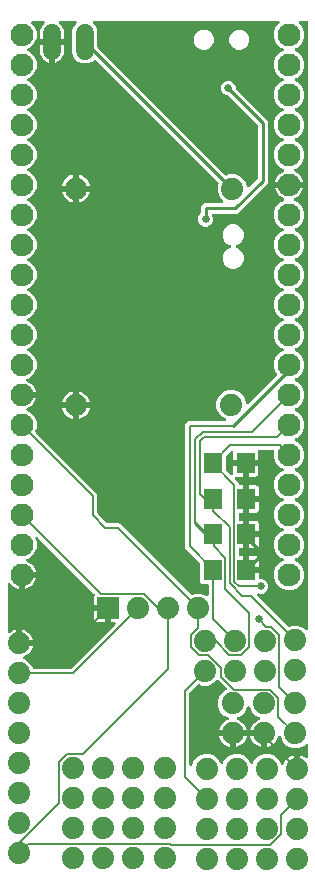
<source format=gbr>
G04 EAGLE Gerber RS-274X export*
G75*
%MOMM*%
%FSLAX34Y34*%
%LPD*%
%INBottom Copper*%
%IPPOS*%
%AMOC8*
5,1,8,0,0,1.08239X$1,22.5*%
G01*
%ADD10C,1.524000*%
%ADD11C,1.879600*%
%ADD12R,1.600000X1.800000*%
%ADD13C,1.930400*%
%ADD14R,1.879600X1.879600*%
%ADD15C,0.654800*%
%ADD16C,0.254000*%
%ADD17C,0.152400*%
%ADD18C,0.200000*%

G36*
X258559Y209082D02*
X258559Y209082D01*
X258697Y209090D01*
X258716Y209097D01*
X258736Y209098D01*
X258868Y209146D01*
X258999Y209188D01*
X259017Y209199D01*
X259036Y209206D01*
X259151Y209284D01*
X259268Y209359D01*
X259282Y209373D01*
X259299Y209385D01*
X259391Y209489D01*
X259486Y209590D01*
X259496Y209608D01*
X259509Y209623D01*
X259573Y209747D01*
X259640Y209869D01*
X259645Y209888D01*
X259654Y209906D01*
X259684Y210042D01*
X259719Y210177D01*
X259721Y210205D01*
X259724Y210217D01*
X259723Y210237D01*
X259729Y210337D01*
X259729Y723460D01*
X259714Y723578D01*
X259707Y723697D01*
X259694Y723735D01*
X259689Y723776D01*
X259646Y723886D01*
X259609Y723999D01*
X259587Y724034D01*
X259572Y724071D01*
X259503Y724167D01*
X259439Y724268D01*
X259409Y724296D01*
X259386Y724329D01*
X259294Y724405D01*
X259207Y724486D01*
X259172Y724506D01*
X259141Y724531D01*
X259033Y724582D01*
X258929Y724640D01*
X258889Y724650D01*
X258853Y724667D01*
X258736Y724689D01*
X258621Y724719D01*
X258561Y724723D01*
X258541Y724727D01*
X258520Y724725D01*
X258460Y724729D01*
X252996Y724729D01*
X252859Y724712D01*
X252720Y724699D01*
X252701Y724692D01*
X252681Y724689D01*
X252552Y724638D01*
X252421Y724591D01*
X252404Y724580D01*
X252385Y724572D01*
X252273Y724491D01*
X252158Y724413D01*
X252144Y724397D01*
X252128Y724386D01*
X252039Y724278D01*
X251947Y724174D01*
X251938Y724156D01*
X251925Y724141D01*
X251866Y724015D01*
X251803Y723891D01*
X251798Y723871D01*
X251790Y723853D01*
X251763Y723717D01*
X251733Y723581D01*
X251734Y723560D01*
X251730Y723541D01*
X251738Y723402D01*
X251743Y723263D01*
X251748Y723243D01*
X251750Y723223D01*
X251792Y723091D01*
X251831Y722957D01*
X251841Y722940D01*
X251848Y722921D01*
X251922Y722803D01*
X251993Y722683D01*
X252011Y722662D01*
X252018Y722652D01*
X252033Y722638D01*
X252099Y722563D01*
X254467Y720194D01*
X256401Y715526D01*
X256401Y710474D01*
X254467Y705806D01*
X250894Y702233D01*
X249059Y701473D01*
X248938Y701404D01*
X248815Y701339D01*
X248800Y701325D01*
X248783Y701315D01*
X248683Y701218D01*
X248580Y701125D01*
X248569Y701108D01*
X248554Y701094D01*
X248481Y700975D01*
X248405Y700859D01*
X248399Y700840D01*
X248388Y700823D01*
X248347Y700690D01*
X248302Y700558D01*
X248300Y700538D01*
X248295Y700519D01*
X248288Y700380D01*
X248277Y700241D01*
X248280Y700221D01*
X248279Y700201D01*
X248308Y700064D01*
X248331Y699928D01*
X248340Y699909D01*
X248344Y699890D01*
X248405Y699764D01*
X248462Y699638D01*
X248474Y699622D01*
X248483Y699604D01*
X248573Y699498D01*
X248660Y699390D01*
X248677Y699377D01*
X248690Y699362D01*
X248803Y699282D01*
X248915Y699198D01*
X248940Y699186D01*
X248950Y699179D01*
X248969Y699172D01*
X249059Y699127D01*
X250894Y698367D01*
X254467Y694794D01*
X256401Y690126D01*
X256401Y685074D01*
X254467Y680406D01*
X250894Y676833D01*
X249059Y676073D01*
X248938Y676004D01*
X248815Y675939D01*
X248800Y675925D01*
X248783Y675915D01*
X248683Y675818D01*
X248580Y675725D01*
X248569Y675708D01*
X248554Y675694D01*
X248481Y675575D01*
X248405Y675459D01*
X248399Y675440D01*
X248388Y675423D01*
X248347Y675290D01*
X248302Y675158D01*
X248300Y675138D01*
X248295Y675119D01*
X248288Y674980D01*
X248277Y674841D01*
X248280Y674821D01*
X248279Y674801D01*
X248307Y674665D01*
X248331Y674528D01*
X248340Y674509D01*
X248344Y674490D01*
X248405Y674364D01*
X248462Y674238D01*
X248474Y674222D01*
X248483Y674204D01*
X248573Y674098D01*
X248660Y673990D01*
X248677Y673977D01*
X248690Y673962D01*
X248803Y673882D01*
X248915Y673798D01*
X248940Y673786D01*
X248950Y673779D01*
X248969Y673772D01*
X249059Y673727D01*
X250894Y672967D01*
X254467Y669394D01*
X256401Y664726D01*
X256401Y659674D01*
X254467Y655006D01*
X250894Y651433D01*
X249059Y650673D01*
X248938Y650604D01*
X248815Y650539D01*
X248800Y650525D01*
X248783Y650515D01*
X248683Y650418D01*
X248580Y650325D01*
X248569Y650308D01*
X248554Y650294D01*
X248481Y650175D01*
X248405Y650059D01*
X248399Y650040D01*
X248388Y650023D01*
X248347Y649890D01*
X248302Y649758D01*
X248300Y649738D01*
X248295Y649719D01*
X248288Y649580D01*
X248277Y649441D01*
X248280Y649421D01*
X248279Y649401D01*
X248307Y649265D01*
X248331Y649128D01*
X248340Y649109D01*
X248344Y649090D01*
X248405Y648964D01*
X248462Y648838D01*
X248474Y648822D01*
X248483Y648804D01*
X248573Y648698D01*
X248660Y648590D01*
X248677Y648577D01*
X248690Y648562D01*
X248803Y648482D01*
X248915Y648398D01*
X248940Y648386D01*
X248950Y648379D01*
X248969Y648372D01*
X249059Y648327D01*
X250894Y647567D01*
X254467Y643994D01*
X256401Y639326D01*
X256401Y634274D01*
X254467Y629606D01*
X250894Y626033D01*
X249059Y625273D01*
X248938Y625204D01*
X248815Y625139D01*
X248800Y625125D01*
X248783Y625115D01*
X248683Y625018D01*
X248580Y624925D01*
X248569Y624908D01*
X248554Y624894D01*
X248481Y624775D01*
X248405Y624659D01*
X248399Y624640D01*
X248388Y624623D01*
X248347Y624490D01*
X248302Y624358D01*
X248300Y624338D01*
X248295Y624319D01*
X248288Y624180D01*
X248277Y624041D01*
X248280Y624021D01*
X248279Y624001D01*
X248307Y623865D01*
X248331Y623728D01*
X248340Y623709D01*
X248344Y623690D01*
X248405Y623564D01*
X248462Y623438D01*
X248474Y623422D01*
X248483Y623404D01*
X248573Y623298D01*
X248660Y623190D01*
X248677Y623177D01*
X248690Y623162D01*
X248803Y623082D01*
X248915Y622998D01*
X248940Y622986D01*
X248950Y622979D01*
X248969Y622972D01*
X249059Y622927D01*
X250894Y622167D01*
X254467Y618594D01*
X256401Y613926D01*
X256401Y608874D01*
X254467Y604206D01*
X250894Y600633D01*
X248443Y599617D01*
X248365Y599573D01*
X248283Y599537D01*
X248227Y599495D01*
X248166Y599460D01*
X248102Y599397D01*
X248031Y599343D01*
X247988Y599287D01*
X247938Y599239D01*
X247891Y599162D01*
X247836Y599091D01*
X247808Y599027D01*
X247772Y598967D01*
X247745Y598882D01*
X247710Y598800D01*
X247699Y598730D01*
X247678Y598663D01*
X247674Y598574D01*
X247660Y598486D01*
X247666Y598416D01*
X247663Y598346D01*
X247681Y598258D01*
X247689Y598169D01*
X247713Y598103D01*
X247727Y598034D01*
X247767Y597954D01*
X247797Y597870D01*
X247836Y597812D01*
X247867Y597749D01*
X247925Y597680D01*
X247975Y597606D01*
X248028Y597560D01*
X248073Y597507D01*
X248147Y597455D01*
X248214Y597396D01*
X248321Y597332D01*
X248333Y597324D01*
X248340Y597321D01*
X248352Y597314D01*
X250090Y596428D01*
X251643Y595300D01*
X253000Y593943D01*
X254128Y592390D01*
X254999Y590680D01*
X255593Y588855D01*
X255649Y588499D01*
X244930Y588499D01*
X244812Y588484D01*
X244693Y588477D01*
X244655Y588464D01*
X244615Y588459D01*
X244504Y588416D01*
X244391Y588379D01*
X244357Y588357D01*
X244319Y588342D01*
X244223Y588273D01*
X244122Y588209D01*
X244094Y588179D01*
X244062Y588156D01*
X243986Y588064D01*
X243904Y587977D01*
X243885Y587942D01*
X243859Y587911D01*
X243808Y587803D01*
X243751Y587699D01*
X243741Y587659D01*
X243723Y587623D01*
X243703Y587516D01*
X243699Y587546D01*
X243655Y587656D01*
X243619Y587769D01*
X243597Y587804D01*
X243582Y587841D01*
X243512Y587937D01*
X243449Y588038D01*
X243419Y588066D01*
X243395Y588099D01*
X243304Y588175D01*
X243217Y588256D01*
X243182Y588276D01*
X243150Y588301D01*
X243043Y588352D01*
X242938Y588410D01*
X242899Y588420D01*
X242863Y588437D01*
X242746Y588459D01*
X242630Y588489D01*
X242570Y588493D01*
X242550Y588497D01*
X242530Y588495D01*
X242470Y588499D01*
X231751Y588499D01*
X231807Y588855D01*
X232401Y590680D01*
X233272Y592390D01*
X234400Y593943D01*
X235757Y595300D01*
X237310Y596428D01*
X239048Y597314D01*
X239122Y597364D01*
X239201Y597406D01*
X239253Y597453D01*
X239311Y597493D01*
X239370Y597560D01*
X239436Y597620D01*
X239475Y597679D01*
X239521Y597731D01*
X239562Y597811D01*
X239611Y597886D01*
X239634Y597952D01*
X239666Y598014D01*
X239685Y598102D01*
X239714Y598186D01*
X239720Y598256D01*
X239735Y598325D01*
X239732Y598414D01*
X239739Y598503D01*
X239727Y598573D01*
X239725Y598643D01*
X239700Y598728D01*
X239685Y598817D01*
X239656Y598881D01*
X239637Y598948D01*
X239591Y599025D01*
X239554Y599107D01*
X239511Y599161D01*
X239475Y599222D01*
X239412Y599285D01*
X239356Y599355D01*
X239300Y599397D01*
X239250Y599447D01*
X239173Y599493D01*
X239102Y599546D01*
X238990Y599601D01*
X238977Y599609D01*
X238970Y599611D01*
X238957Y599617D01*
X236506Y600633D01*
X232933Y604206D01*
X230999Y608874D01*
X230999Y613926D01*
X232933Y618594D01*
X236506Y622167D01*
X238341Y622927D01*
X238461Y622996D01*
X238585Y623061D01*
X238600Y623075D01*
X238617Y623085D01*
X238717Y623182D01*
X238820Y623275D01*
X238831Y623292D01*
X238846Y623306D01*
X238918Y623424D01*
X238995Y623541D01*
X239001Y623560D01*
X239012Y623577D01*
X239053Y623710D01*
X239098Y623842D01*
X239100Y623862D01*
X239105Y623881D01*
X239112Y624020D01*
X239123Y624159D01*
X239120Y624179D01*
X239121Y624199D01*
X239093Y624335D01*
X239069Y624472D01*
X239060Y624491D01*
X239056Y624510D01*
X238995Y624635D01*
X238938Y624762D01*
X238926Y624778D01*
X238917Y624796D01*
X238826Y624902D01*
X238740Y625010D01*
X238723Y625023D01*
X238710Y625038D01*
X238596Y625118D01*
X238485Y625202D01*
X238460Y625214D01*
X238450Y625221D01*
X238431Y625228D01*
X238341Y625273D01*
X236506Y626033D01*
X232933Y629606D01*
X230999Y634274D01*
X230999Y639326D01*
X232933Y643994D01*
X236506Y647567D01*
X238341Y648327D01*
X238461Y648396D01*
X238585Y648461D01*
X238600Y648475D01*
X238617Y648485D01*
X238717Y648582D01*
X238820Y648675D01*
X238831Y648692D01*
X238846Y648706D01*
X238918Y648824D01*
X238995Y648941D01*
X239001Y648960D01*
X239012Y648977D01*
X239053Y649110D01*
X239098Y649242D01*
X239100Y649262D01*
X239105Y649281D01*
X239112Y649420D01*
X239123Y649559D01*
X239120Y649579D01*
X239121Y649599D01*
X239093Y649735D01*
X239069Y649872D01*
X239060Y649891D01*
X239056Y649910D01*
X238995Y650035D01*
X238938Y650162D01*
X238926Y650178D01*
X238917Y650196D01*
X238826Y650302D01*
X238740Y650410D01*
X238723Y650423D01*
X238710Y650438D01*
X238596Y650518D01*
X238485Y650602D01*
X238460Y650614D01*
X238450Y650621D01*
X238431Y650628D01*
X238341Y650673D01*
X236506Y651433D01*
X232933Y655006D01*
X230999Y659674D01*
X230999Y664726D01*
X232933Y669394D01*
X236506Y672967D01*
X238341Y673727D01*
X238461Y673796D01*
X238585Y673861D01*
X238600Y673875D01*
X238617Y673885D01*
X238717Y673982D01*
X238820Y674075D01*
X238831Y674092D01*
X238846Y674106D01*
X238918Y674224D01*
X238995Y674341D01*
X239001Y674360D01*
X239012Y674377D01*
X239053Y674510D01*
X239098Y674642D01*
X239100Y674662D01*
X239105Y674681D01*
X239112Y674820D01*
X239123Y674959D01*
X239120Y674979D01*
X239121Y674999D01*
X239093Y675135D01*
X239069Y675272D01*
X239060Y675291D01*
X239056Y675310D01*
X238995Y675435D01*
X238938Y675562D01*
X238926Y675578D01*
X238917Y675596D01*
X238826Y675702D01*
X238740Y675810D01*
X238723Y675823D01*
X238710Y675838D01*
X238596Y675918D01*
X238485Y676002D01*
X238460Y676014D01*
X238450Y676021D01*
X238431Y676028D01*
X238341Y676073D01*
X236506Y676833D01*
X232933Y680406D01*
X230999Y685074D01*
X230999Y690126D01*
X232933Y694794D01*
X236506Y698367D01*
X238341Y699127D01*
X238461Y699196D01*
X238585Y699261D01*
X238600Y699275D01*
X238617Y699285D01*
X238717Y699382D01*
X238820Y699475D01*
X238831Y699492D01*
X238846Y699506D01*
X238918Y699624D01*
X238995Y699741D01*
X239001Y699760D01*
X239012Y699777D01*
X239053Y699910D01*
X239098Y700042D01*
X239100Y700062D01*
X239105Y700081D01*
X239112Y700220D01*
X239123Y700359D01*
X239120Y700379D01*
X239121Y700399D01*
X239093Y700535D01*
X239069Y700672D01*
X239060Y700691D01*
X239056Y700710D01*
X238995Y700835D01*
X238938Y700962D01*
X238926Y700978D01*
X238917Y700996D01*
X238826Y701102D01*
X238740Y701210D01*
X238723Y701223D01*
X238710Y701238D01*
X238596Y701318D01*
X238485Y701402D01*
X238460Y701414D01*
X238450Y701421D01*
X238431Y701428D01*
X238341Y701473D01*
X236506Y702233D01*
X232933Y705806D01*
X230999Y710474D01*
X230999Y715526D01*
X232933Y720194D01*
X235301Y722563D01*
X235386Y722672D01*
X235475Y722779D01*
X235484Y722798D01*
X235496Y722814D01*
X235551Y722942D01*
X235610Y723067D01*
X235614Y723087D01*
X235622Y723106D01*
X235644Y723244D01*
X235670Y723380D01*
X235669Y723400D01*
X235672Y723420D01*
X235659Y723559D01*
X235650Y723697D01*
X235644Y723716D01*
X235642Y723736D01*
X235595Y723868D01*
X235552Y723999D01*
X235542Y724017D01*
X235535Y724036D01*
X235457Y724151D01*
X235382Y724268D01*
X235367Y724282D01*
X235356Y724299D01*
X235252Y724391D01*
X235151Y724486D01*
X235133Y724496D01*
X235118Y724509D01*
X234994Y724573D01*
X234872Y724640D01*
X234853Y724645D01*
X234834Y724654D01*
X234699Y724684D01*
X234564Y724719D01*
X234536Y724721D01*
X234524Y724724D01*
X234504Y724723D01*
X234404Y724729D01*
X78864Y724729D01*
X78726Y724712D01*
X78587Y724699D01*
X78568Y724692D01*
X78548Y724689D01*
X78419Y724638D01*
X78288Y724591D01*
X78271Y724580D01*
X78252Y724572D01*
X78140Y724491D01*
X78025Y724413D01*
X78011Y724397D01*
X77995Y724386D01*
X77906Y724278D01*
X77814Y724174D01*
X77805Y724156D01*
X77792Y724141D01*
X77733Y724015D01*
X77670Y723891D01*
X77665Y723871D01*
X77657Y723853D01*
X77631Y723717D01*
X77600Y723581D01*
X77601Y723560D01*
X77597Y723541D01*
X77606Y723402D01*
X77610Y723263D01*
X77615Y723243D01*
X77617Y723223D01*
X77659Y723091D01*
X77698Y722957D01*
X77708Y722940D01*
X77715Y722921D01*
X77789Y722803D01*
X77860Y722683D01*
X77878Y722662D01*
X77885Y722652D01*
X77900Y722638D01*
X77966Y722563D01*
X79810Y720719D01*
X81434Y716797D01*
X81434Y703020D01*
X81447Y702922D01*
X81450Y702823D01*
X81467Y702764D01*
X81474Y702704D01*
X81511Y702612D01*
X81538Y702517D01*
X81569Y702465D01*
X81591Y702409D01*
X81649Y702329D01*
X81700Y702243D01*
X81766Y702168D01*
X81778Y702151D01*
X81787Y702143D01*
X81806Y702122D01*
X189670Y594258D01*
X189693Y594240D01*
X189713Y594218D01*
X189819Y594143D01*
X189921Y594063D01*
X189949Y594052D01*
X189973Y594035D01*
X190094Y593989D01*
X190213Y593937D01*
X190242Y593932D01*
X190270Y593922D01*
X190399Y593908D01*
X190527Y593887D01*
X190557Y593890D01*
X190586Y593887D01*
X190715Y593905D01*
X190844Y593917D01*
X190872Y593927D01*
X190901Y593931D01*
X191053Y593983D01*
X193065Y594816D01*
X198017Y594816D01*
X202591Y592921D01*
X206093Y589420D01*
X208066Y584656D01*
X208091Y584613D01*
X208108Y584566D01*
X208169Y584475D01*
X208224Y584379D01*
X208258Y584344D01*
X208286Y584303D01*
X208368Y584230D01*
X208445Y584151D01*
X208487Y584125D01*
X208525Y584092D01*
X208622Y584042D01*
X208716Y583985D01*
X208764Y583970D01*
X208808Y583948D01*
X208915Y583923D01*
X209020Y583891D01*
X209070Y583889D01*
X209118Y583878D01*
X209228Y583881D01*
X209338Y583876D01*
X209386Y583886D01*
X209436Y583888D01*
X209542Y583918D01*
X209649Y583940D01*
X209694Y583962D01*
X209742Y583976D01*
X209836Y584032D01*
X209935Y584080D01*
X209973Y584112D01*
X210015Y584138D01*
X210136Y584244D01*
X216810Y590917D01*
X216870Y590995D01*
X216938Y591068D01*
X216967Y591121D01*
X217004Y591168D01*
X217044Y591259D01*
X217092Y591346D01*
X217107Y591405D01*
X217131Y591460D01*
X217146Y591558D01*
X217171Y591654D01*
X217177Y591754D01*
X217181Y591774D01*
X217179Y591787D01*
X217181Y591815D01*
X217181Y636185D01*
X217169Y636284D01*
X217166Y636383D01*
X217149Y636441D01*
X217141Y636501D01*
X217105Y636593D01*
X217077Y636688D01*
X217047Y636740D01*
X217024Y636797D01*
X216966Y636877D01*
X216916Y636962D01*
X216850Y637037D01*
X216838Y637054D01*
X216828Y637062D01*
X216810Y637083D01*
X192587Y661306D01*
X192509Y661366D01*
X192436Y661434D01*
X192383Y661463D01*
X192336Y661500D01*
X192245Y661540D01*
X192158Y661588D01*
X192099Y661603D01*
X192044Y661627D01*
X191946Y661642D01*
X191850Y661667D01*
X191750Y661673D01*
X191730Y661677D01*
X191717Y661675D01*
X191689Y661677D01*
X190742Y661677D01*
X188418Y662640D01*
X186640Y664418D01*
X185677Y666742D01*
X185677Y669258D01*
X186640Y671582D01*
X188418Y673360D01*
X190742Y674323D01*
X193258Y674323D01*
X195582Y673360D01*
X197360Y671582D01*
X198323Y669258D01*
X198323Y668311D01*
X198335Y668212D01*
X198338Y668113D01*
X198355Y668055D01*
X198363Y667995D01*
X198399Y667903D01*
X198427Y667808D01*
X198457Y667756D01*
X198480Y667699D01*
X198538Y667619D01*
X198588Y667534D01*
X198654Y667459D01*
X198666Y667442D01*
X198676Y667434D01*
X198694Y667413D01*
X225819Y640289D01*
X225819Y587711D01*
X199789Y561681D01*
X179804Y561681D01*
X179755Y561675D01*
X179705Y561677D01*
X179598Y561655D01*
X179489Y561641D01*
X179442Y561623D01*
X179394Y561613D01*
X179295Y561565D01*
X179193Y561524D01*
X179153Y561495D01*
X179108Y561473D01*
X179025Y561402D01*
X178936Y561338D01*
X178904Y561299D01*
X178866Y561267D01*
X178803Y561177D01*
X178733Y561093D01*
X178712Y561048D01*
X178683Y561007D01*
X178644Y560904D01*
X178597Y560805D01*
X178588Y560756D01*
X178570Y560710D01*
X178558Y560600D01*
X178537Y560493D01*
X178541Y560443D01*
X178535Y560394D01*
X178550Y560285D01*
X178557Y560175D01*
X178573Y560128D01*
X178579Y560079D01*
X178632Y559926D01*
X179323Y558258D01*
X179323Y555742D01*
X178360Y553418D01*
X176582Y551640D01*
X174258Y550677D01*
X171742Y550677D01*
X169418Y551640D01*
X167640Y553418D01*
X166677Y555742D01*
X166677Y558258D01*
X167640Y560582D01*
X168310Y561251D01*
X168370Y561329D01*
X168438Y561402D01*
X168467Y561455D01*
X168504Y561502D01*
X168544Y561593D01*
X168592Y561680D01*
X168607Y561739D01*
X168631Y561794D01*
X168646Y561892D01*
X168671Y561988D01*
X168677Y562088D01*
X168681Y562108D01*
X168679Y562121D01*
X168681Y562149D01*
X168681Y567789D01*
X171211Y570319D01*
X186925Y570319D01*
X187063Y570336D01*
X187202Y570349D01*
X187221Y570356D01*
X187241Y570359D01*
X187370Y570410D01*
X187501Y570457D01*
X187518Y570468D01*
X187536Y570476D01*
X187649Y570557D01*
X187764Y570635D01*
X187777Y570651D01*
X187794Y570662D01*
X187883Y570770D01*
X187974Y570874D01*
X187984Y570892D01*
X187997Y570907D01*
X188056Y571033D01*
X188119Y571157D01*
X188123Y571177D01*
X188132Y571195D01*
X188158Y571331D01*
X188189Y571467D01*
X188188Y571488D01*
X188192Y571507D01*
X188183Y571646D01*
X188179Y571785D01*
X188173Y571805D01*
X188172Y571825D01*
X188129Y571956D01*
X188091Y572091D01*
X188080Y572108D01*
X188074Y572127D01*
X187999Y572245D01*
X187929Y572365D01*
X187910Y572386D01*
X187904Y572396D01*
X187889Y572410D01*
X187823Y572485D01*
X184989Y575319D01*
X183094Y579894D01*
X183094Y584845D01*
X183875Y586730D01*
X183883Y586759D01*
X183896Y586785D01*
X183924Y586912D01*
X183959Y587037D01*
X183959Y587067D01*
X183966Y587095D01*
X183962Y587225D01*
X183964Y587355D01*
X183957Y587384D01*
X183956Y587413D01*
X183920Y587538D01*
X183890Y587664D01*
X183876Y587690D01*
X183868Y587719D01*
X183802Y587830D01*
X183741Y587945D01*
X183721Y587967D01*
X183706Y587993D01*
X183600Y588114D01*
X79963Y691750D01*
X79869Y691823D01*
X79780Y691902D01*
X79744Y691920D01*
X79712Y691945D01*
X79602Y691992D01*
X79497Y692046D01*
X79457Y692055D01*
X79420Y692071D01*
X79302Y692090D01*
X79186Y692116D01*
X79146Y692115D01*
X79106Y692121D01*
X78987Y692110D01*
X78868Y692106D01*
X78830Y692095D01*
X78789Y692091D01*
X78677Y692051D01*
X78563Y692018D01*
X78528Y691997D01*
X78490Y691984D01*
X78391Y691917D01*
X78289Y691856D01*
X78244Y691817D01*
X78227Y691805D01*
X78213Y691790D01*
X78168Y691750D01*
X76809Y690391D01*
X72888Y688766D01*
X68643Y688766D01*
X64722Y690391D01*
X61721Y693392D01*
X60097Y697313D01*
X60097Y716797D01*
X61721Y720719D01*
X63565Y722563D01*
X63650Y722672D01*
X63739Y722779D01*
X63748Y722798D01*
X63760Y722814D01*
X63815Y722942D01*
X63875Y723067D01*
X63878Y723087D01*
X63886Y723106D01*
X63908Y723244D01*
X63934Y723380D01*
X63933Y723400D01*
X63936Y723420D01*
X63923Y723559D01*
X63915Y723697D01*
X63908Y723716D01*
X63906Y723736D01*
X63859Y723868D01*
X63817Y723999D01*
X63806Y724017D01*
X63799Y724036D01*
X63721Y724151D01*
X63646Y724268D01*
X63632Y724282D01*
X63620Y724299D01*
X63516Y724391D01*
X63415Y724486D01*
X63397Y724496D01*
X63382Y724509D01*
X63258Y724573D01*
X63136Y724640D01*
X63117Y724645D01*
X63099Y724654D01*
X62963Y724684D01*
X62828Y724719D01*
X62800Y724721D01*
X62788Y724724D01*
X62768Y724723D01*
X62668Y724729D01*
X50180Y724729D01*
X50101Y724719D01*
X50021Y724719D01*
X49944Y724699D01*
X49865Y724689D01*
X49790Y724660D01*
X49713Y724640D01*
X49643Y724602D01*
X49569Y724572D01*
X49504Y724526D01*
X49434Y724487D01*
X49376Y724432D01*
X49312Y724386D01*
X49261Y724324D01*
X49202Y724269D01*
X49160Y724202D01*
X49109Y724141D01*
X49075Y724068D01*
X49032Y724001D01*
X49007Y723925D01*
X48973Y723853D01*
X48958Y723775D01*
X48934Y723699D01*
X48928Y723619D01*
X48913Y723541D01*
X48918Y723461D01*
X48913Y723381D01*
X48928Y723303D01*
X48933Y723223D01*
X48958Y723147D01*
X48973Y723069D01*
X49007Y722996D01*
X49031Y722921D01*
X49074Y722853D01*
X49108Y722781D01*
X49159Y722719D01*
X49201Y722652D01*
X49260Y722597D01*
X49310Y722536D01*
X49432Y722435D01*
X49433Y722434D01*
X49434Y722433D01*
X49445Y722425D01*
X50576Y721294D01*
X51516Y720001D01*
X52242Y718576D01*
X52736Y717055D01*
X52986Y715475D01*
X52986Y709594D01*
X44096Y709594D01*
X43978Y709579D01*
X43859Y709572D01*
X43820Y709560D01*
X43780Y709555D01*
X43669Y709511D01*
X43556Y709474D01*
X43522Y709452D01*
X43485Y709438D01*
X43388Y709368D01*
X43288Y709304D01*
X43260Y709274D01*
X43227Y709251D01*
X43151Y709159D01*
X43070Y709072D01*
X43050Y709037D01*
X43024Y709006D01*
X42974Y708898D01*
X42916Y708794D01*
X42906Y708755D01*
X42889Y708718D01*
X42867Y708601D01*
X42837Y708486D01*
X42833Y708426D01*
X42829Y708406D01*
X42830Y708385D01*
X42827Y708325D01*
X42827Y707054D01*
X42825Y707054D01*
X42825Y708325D01*
X42810Y708443D01*
X42802Y708562D01*
X42790Y708600D01*
X42785Y708641D01*
X42741Y708751D01*
X42704Y708865D01*
X42683Y708899D01*
X42668Y708936D01*
X42598Y709033D01*
X42534Y709133D01*
X42505Y709161D01*
X42481Y709194D01*
X42389Y709270D01*
X42303Y709351D01*
X42267Y709371D01*
X42236Y709397D01*
X42128Y709447D01*
X42024Y709505D01*
X41985Y709515D01*
X41948Y709532D01*
X41832Y709554D01*
X41716Y709584D01*
X41656Y709588D01*
X41636Y709592D01*
X41616Y709591D01*
X41555Y709594D01*
X32665Y709594D01*
X32665Y715475D01*
X32915Y717055D01*
X33409Y718576D01*
X34135Y720001D01*
X35075Y721294D01*
X36206Y722425D01*
X36217Y722433D01*
X36275Y722488D01*
X36340Y722534D01*
X36391Y722596D01*
X36449Y722651D01*
X36491Y722718D01*
X36542Y722779D01*
X36577Y722852D01*
X36619Y722919D01*
X36644Y722995D01*
X36678Y723067D01*
X36693Y723145D01*
X36718Y723221D01*
X36723Y723301D01*
X36738Y723380D01*
X36733Y723459D01*
X36738Y723539D01*
X36723Y723617D01*
X36718Y723697D01*
X36693Y723773D01*
X36679Y723851D01*
X36645Y723924D01*
X36620Y723999D01*
X36577Y724067D01*
X36543Y724139D01*
X36493Y724201D01*
X36450Y724268D01*
X36392Y724323D01*
X36341Y724384D01*
X36276Y724431D01*
X36218Y724486D01*
X36148Y724525D01*
X36084Y724572D01*
X36010Y724601D01*
X35940Y724640D01*
X35863Y724659D01*
X35788Y724689D01*
X35709Y724699D01*
X35632Y724719D01*
X35474Y724729D01*
X35473Y724729D01*
X35472Y724729D01*
X35471Y724729D01*
X26496Y724729D01*
X26359Y724712D01*
X26220Y724699D01*
X26201Y724692D01*
X26181Y724689D01*
X26052Y724638D01*
X25921Y724591D01*
X25904Y724580D01*
X25885Y724572D01*
X25773Y724491D01*
X25658Y724413D01*
X25644Y724397D01*
X25628Y724386D01*
X25539Y724278D01*
X25447Y724174D01*
X25438Y724156D01*
X25425Y724141D01*
X25366Y724015D01*
X25303Y723891D01*
X25298Y723871D01*
X25290Y723853D01*
X25263Y723717D01*
X25233Y723581D01*
X25234Y723560D01*
X25230Y723541D01*
X25238Y723402D01*
X25243Y723263D01*
X25248Y723243D01*
X25250Y723223D01*
X25292Y723091D01*
X25331Y722957D01*
X25341Y722940D01*
X25348Y722921D01*
X25422Y722803D01*
X25493Y722683D01*
X25511Y722662D01*
X25518Y722652D01*
X25533Y722638D01*
X25599Y722563D01*
X27967Y720194D01*
X29901Y715526D01*
X29901Y710474D01*
X27967Y705806D01*
X24394Y702233D01*
X22559Y701473D01*
X22438Y701404D01*
X22315Y701339D01*
X22300Y701325D01*
X22283Y701315D01*
X22183Y701218D01*
X22080Y701125D01*
X22069Y701108D01*
X22054Y701094D01*
X21981Y700975D01*
X21905Y700859D01*
X21899Y700840D01*
X21888Y700823D01*
X21847Y700690D01*
X21802Y700558D01*
X21800Y700538D01*
X21795Y700519D01*
X21788Y700380D01*
X21777Y700241D01*
X21780Y700221D01*
X21779Y700201D01*
X21808Y700064D01*
X21831Y699928D01*
X21840Y699909D01*
X21844Y699890D01*
X21905Y699764D01*
X21962Y699638D01*
X21974Y699622D01*
X21983Y699604D01*
X22073Y699498D01*
X22160Y699390D01*
X22177Y699377D01*
X22190Y699362D01*
X22303Y699282D01*
X22415Y699198D01*
X22440Y699186D01*
X22450Y699179D01*
X22469Y699172D01*
X22559Y699127D01*
X24394Y698367D01*
X27967Y694794D01*
X29901Y690126D01*
X29901Y685074D01*
X27967Y680406D01*
X24394Y676833D01*
X22559Y676073D01*
X22438Y676004D01*
X22315Y675939D01*
X22300Y675925D01*
X22283Y675915D01*
X22183Y675818D01*
X22080Y675725D01*
X22069Y675708D01*
X22054Y675694D01*
X21981Y675575D01*
X21905Y675459D01*
X21899Y675440D01*
X21888Y675423D01*
X21847Y675290D01*
X21802Y675158D01*
X21800Y675138D01*
X21795Y675119D01*
X21788Y674980D01*
X21777Y674841D01*
X21780Y674821D01*
X21779Y674801D01*
X21807Y674665D01*
X21831Y674528D01*
X21840Y674509D01*
X21844Y674490D01*
X21905Y674364D01*
X21962Y674238D01*
X21974Y674222D01*
X21983Y674204D01*
X22073Y674098D01*
X22160Y673990D01*
X22177Y673977D01*
X22190Y673962D01*
X22303Y673882D01*
X22415Y673798D01*
X22440Y673786D01*
X22450Y673779D01*
X22469Y673772D01*
X22559Y673727D01*
X24394Y672967D01*
X27967Y669394D01*
X29901Y664726D01*
X29901Y659674D01*
X27967Y655006D01*
X24394Y651433D01*
X22559Y650673D01*
X22438Y650604D01*
X22315Y650539D01*
X22300Y650525D01*
X22283Y650515D01*
X22183Y650418D01*
X22080Y650325D01*
X22069Y650308D01*
X22054Y650294D01*
X21981Y650175D01*
X21905Y650059D01*
X21899Y650040D01*
X21888Y650023D01*
X21847Y649890D01*
X21802Y649758D01*
X21800Y649738D01*
X21795Y649719D01*
X21788Y649580D01*
X21777Y649441D01*
X21780Y649421D01*
X21779Y649401D01*
X21807Y649265D01*
X21831Y649128D01*
X21840Y649109D01*
X21844Y649090D01*
X21905Y648964D01*
X21962Y648838D01*
X21974Y648822D01*
X21983Y648804D01*
X22073Y648698D01*
X22160Y648590D01*
X22177Y648577D01*
X22190Y648562D01*
X22303Y648482D01*
X22415Y648398D01*
X22440Y648386D01*
X22450Y648379D01*
X22469Y648372D01*
X22559Y648327D01*
X24394Y647567D01*
X27967Y643994D01*
X29901Y639326D01*
X29901Y634274D01*
X27967Y629606D01*
X24394Y626033D01*
X22559Y625273D01*
X22438Y625204D01*
X22315Y625139D01*
X22300Y625125D01*
X22283Y625115D01*
X22183Y625018D01*
X22080Y624925D01*
X22069Y624908D01*
X22054Y624894D01*
X21981Y624775D01*
X21905Y624659D01*
X21899Y624640D01*
X21888Y624623D01*
X21847Y624490D01*
X21802Y624358D01*
X21800Y624338D01*
X21795Y624319D01*
X21788Y624180D01*
X21777Y624041D01*
X21780Y624021D01*
X21779Y624001D01*
X21807Y623865D01*
X21831Y623728D01*
X21840Y623709D01*
X21844Y623690D01*
X21905Y623564D01*
X21962Y623438D01*
X21974Y623422D01*
X21983Y623404D01*
X22073Y623298D01*
X22160Y623190D01*
X22177Y623177D01*
X22190Y623162D01*
X22303Y623082D01*
X22415Y622998D01*
X22440Y622986D01*
X22450Y622979D01*
X22469Y622972D01*
X22559Y622927D01*
X24394Y622167D01*
X27967Y618594D01*
X29901Y613926D01*
X29901Y608874D01*
X27967Y604206D01*
X24394Y600633D01*
X22559Y599873D01*
X22438Y599804D01*
X22315Y599739D01*
X22300Y599725D01*
X22283Y599715D01*
X22183Y599618D01*
X22080Y599525D01*
X22069Y599508D01*
X22054Y599494D01*
X21981Y599375D01*
X21905Y599259D01*
X21899Y599240D01*
X21888Y599223D01*
X21847Y599090D01*
X21802Y598958D01*
X21800Y598938D01*
X21795Y598919D01*
X21788Y598780D01*
X21777Y598641D01*
X21780Y598621D01*
X21779Y598601D01*
X21807Y598465D01*
X21831Y598328D01*
X21840Y598309D01*
X21844Y598290D01*
X21905Y598164D01*
X21962Y598038D01*
X21974Y598022D01*
X21983Y598004D01*
X22073Y597898D01*
X22160Y597790D01*
X22177Y597777D01*
X22190Y597762D01*
X22303Y597682D01*
X22415Y597598D01*
X22440Y597586D01*
X22450Y597579D01*
X22469Y597572D01*
X22559Y597527D01*
X24394Y596767D01*
X27967Y593194D01*
X29901Y588526D01*
X29901Y583474D01*
X27967Y578806D01*
X24394Y575233D01*
X22559Y574473D01*
X22438Y574404D01*
X22315Y574339D01*
X22300Y574325D01*
X22283Y574315D01*
X22183Y574218D01*
X22080Y574125D01*
X22069Y574108D01*
X22054Y574094D01*
X21981Y573975D01*
X21905Y573859D01*
X21899Y573840D01*
X21888Y573823D01*
X21847Y573690D01*
X21802Y573558D01*
X21800Y573538D01*
X21795Y573519D01*
X21788Y573380D01*
X21777Y573241D01*
X21780Y573221D01*
X21779Y573201D01*
X21807Y573065D01*
X21831Y572928D01*
X21840Y572909D01*
X21844Y572890D01*
X21905Y572764D01*
X21962Y572638D01*
X21974Y572622D01*
X21983Y572604D01*
X22073Y572498D01*
X22160Y572390D01*
X22177Y572377D01*
X22190Y572362D01*
X22303Y572282D01*
X22415Y572198D01*
X22440Y572186D01*
X22450Y572179D01*
X22469Y572172D01*
X22559Y572127D01*
X24394Y571367D01*
X27967Y567794D01*
X29901Y563126D01*
X29901Y558074D01*
X27967Y553406D01*
X24394Y549833D01*
X22559Y549073D01*
X22438Y549004D01*
X22315Y548939D01*
X22300Y548925D01*
X22283Y548915D01*
X22183Y548818D01*
X22080Y548725D01*
X22069Y548708D01*
X22054Y548694D01*
X21981Y548575D01*
X21905Y548459D01*
X21899Y548440D01*
X21888Y548423D01*
X21847Y548290D01*
X21802Y548158D01*
X21800Y548138D01*
X21795Y548119D01*
X21788Y547980D01*
X21777Y547841D01*
X21780Y547821D01*
X21779Y547801D01*
X21807Y547665D01*
X21831Y547528D01*
X21840Y547509D01*
X21844Y547490D01*
X21905Y547364D01*
X21962Y547238D01*
X21974Y547222D01*
X21983Y547204D01*
X22073Y547098D01*
X22160Y546990D01*
X22177Y546977D01*
X22190Y546962D01*
X22303Y546882D01*
X22415Y546798D01*
X22440Y546786D01*
X22450Y546779D01*
X22469Y546772D01*
X22559Y546727D01*
X24394Y545967D01*
X27967Y542394D01*
X29901Y537726D01*
X29901Y532674D01*
X27967Y528006D01*
X24394Y524433D01*
X22559Y523673D01*
X22438Y523604D01*
X22315Y523539D01*
X22300Y523525D01*
X22283Y523515D01*
X22183Y523418D01*
X22080Y523325D01*
X22069Y523308D01*
X22054Y523294D01*
X21981Y523175D01*
X21905Y523059D01*
X21899Y523040D01*
X21888Y523023D01*
X21847Y522890D01*
X21802Y522758D01*
X21800Y522738D01*
X21795Y522719D01*
X21788Y522580D01*
X21777Y522441D01*
X21780Y522421D01*
X21779Y522401D01*
X21807Y522265D01*
X21831Y522128D01*
X21840Y522109D01*
X21844Y522090D01*
X21905Y521964D01*
X21962Y521838D01*
X21974Y521822D01*
X21983Y521804D01*
X22073Y521698D01*
X22160Y521590D01*
X22177Y521577D01*
X22190Y521562D01*
X22303Y521482D01*
X22415Y521398D01*
X22440Y521386D01*
X22450Y521379D01*
X22469Y521372D01*
X22559Y521327D01*
X24394Y520567D01*
X27967Y516994D01*
X29901Y512326D01*
X29901Y507274D01*
X27967Y502606D01*
X24394Y499033D01*
X22559Y498273D01*
X22438Y498204D01*
X22315Y498139D01*
X22300Y498125D01*
X22283Y498115D01*
X22183Y498018D01*
X22080Y497925D01*
X22069Y497908D01*
X22054Y497894D01*
X21981Y497775D01*
X21905Y497659D01*
X21899Y497640D01*
X21888Y497623D01*
X21847Y497490D01*
X21802Y497358D01*
X21800Y497338D01*
X21795Y497319D01*
X21788Y497180D01*
X21777Y497041D01*
X21780Y497021D01*
X21779Y497001D01*
X21807Y496865D01*
X21831Y496728D01*
X21840Y496709D01*
X21844Y496690D01*
X21905Y496564D01*
X21962Y496438D01*
X21974Y496422D01*
X21983Y496404D01*
X22073Y496298D01*
X22160Y496190D01*
X22177Y496177D01*
X22190Y496162D01*
X22303Y496082D01*
X22415Y495998D01*
X22440Y495986D01*
X22450Y495979D01*
X22469Y495972D01*
X22559Y495927D01*
X24394Y495167D01*
X27967Y491594D01*
X29901Y486926D01*
X29901Y481874D01*
X27967Y477206D01*
X24394Y473633D01*
X22559Y472873D01*
X22438Y472804D01*
X22315Y472739D01*
X22300Y472725D01*
X22283Y472715D01*
X22183Y472618D01*
X22080Y472525D01*
X22069Y472508D01*
X22054Y472494D01*
X21981Y472375D01*
X21905Y472259D01*
X21899Y472240D01*
X21888Y472223D01*
X21847Y472090D01*
X21802Y471958D01*
X21800Y471938D01*
X21795Y471919D01*
X21788Y471780D01*
X21777Y471641D01*
X21780Y471621D01*
X21779Y471601D01*
X21807Y471465D01*
X21831Y471328D01*
X21840Y471309D01*
X21844Y471290D01*
X21905Y471164D01*
X21962Y471038D01*
X21974Y471022D01*
X21983Y471004D01*
X22073Y470898D01*
X22160Y470790D01*
X22177Y470777D01*
X22190Y470762D01*
X22303Y470682D01*
X22415Y470598D01*
X22440Y470586D01*
X22450Y470579D01*
X22469Y470572D01*
X22559Y470527D01*
X24394Y469767D01*
X27967Y466194D01*
X29901Y461526D01*
X29901Y456474D01*
X27967Y451806D01*
X24394Y448233D01*
X22559Y447473D01*
X22438Y447404D01*
X22315Y447339D01*
X22300Y447325D01*
X22283Y447315D01*
X22183Y447218D01*
X22080Y447125D01*
X22069Y447108D01*
X22054Y447094D01*
X21981Y446975D01*
X21905Y446859D01*
X21899Y446840D01*
X21888Y446823D01*
X21847Y446690D01*
X21802Y446558D01*
X21800Y446538D01*
X21795Y446519D01*
X21788Y446380D01*
X21777Y446241D01*
X21780Y446221D01*
X21779Y446201D01*
X21808Y446065D01*
X21831Y445928D01*
X21840Y445909D01*
X21844Y445890D01*
X21905Y445764D01*
X21962Y445638D01*
X21974Y445622D01*
X21983Y445604D01*
X22073Y445498D01*
X22160Y445390D01*
X22177Y445377D01*
X22190Y445362D01*
X22303Y445282D01*
X22415Y445198D01*
X22440Y445186D01*
X22450Y445179D01*
X22469Y445172D01*
X22559Y445127D01*
X24394Y444367D01*
X27967Y440794D01*
X29901Y436126D01*
X29901Y431074D01*
X27967Y426406D01*
X24394Y422833D01*
X21943Y421817D01*
X21865Y421773D01*
X21783Y421737D01*
X21727Y421695D01*
X21666Y421660D01*
X21602Y421597D01*
X21531Y421543D01*
X21488Y421487D01*
X21438Y421439D01*
X21391Y421362D01*
X21336Y421291D01*
X21308Y421227D01*
X21272Y421167D01*
X21245Y421082D01*
X21210Y421000D01*
X21199Y420930D01*
X21178Y420863D01*
X21174Y420774D01*
X21160Y420686D01*
X21166Y420616D01*
X21163Y420546D01*
X21181Y420458D01*
X21189Y420369D01*
X21213Y420303D01*
X21227Y420234D01*
X21267Y420154D01*
X21297Y420070D01*
X21336Y420012D01*
X21367Y419949D01*
X21425Y419880D01*
X21475Y419806D01*
X21528Y419760D01*
X21573Y419707D01*
X21647Y419655D01*
X21714Y419596D01*
X21821Y419532D01*
X21833Y419524D01*
X21840Y419521D01*
X21852Y419514D01*
X23590Y418628D01*
X25143Y417500D01*
X26500Y416143D01*
X27628Y414590D01*
X28499Y412880D01*
X29093Y411055D01*
X29149Y410699D01*
X18430Y410699D01*
X18312Y410684D01*
X18193Y410677D01*
X18155Y410664D01*
X18115Y410659D01*
X18004Y410616D01*
X17891Y410579D01*
X17857Y410557D01*
X17819Y410542D01*
X17723Y410473D01*
X17622Y410409D01*
X17594Y410379D01*
X17562Y410356D01*
X17486Y410264D01*
X17404Y410177D01*
X17385Y410142D01*
X17359Y410111D01*
X17308Y410003D01*
X17251Y409899D01*
X17241Y409859D01*
X17223Y409823D01*
X17201Y409706D01*
X17171Y409591D01*
X17167Y409531D01*
X17164Y409511D01*
X17165Y409490D01*
X17161Y409430D01*
X17161Y406970D01*
X17176Y406852D01*
X17183Y406733D01*
X17196Y406695D01*
X17201Y406654D01*
X17245Y406544D01*
X17281Y406431D01*
X17303Y406396D01*
X17318Y406359D01*
X17388Y406262D01*
X17451Y406162D01*
X17481Y406134D01*
X17505Y406101D01*
X17596Y406025D01*
X17683Y405944D01*
X17718Y405924D01*
X17750Y405899D01*
X17857Y405848D01*
X17962Y405790D01*
X18001Y405780D01*
X18037Y405763D01*
X18154Y405741D01*
X18270Y405711D01*
X18330Y405707D01*
X18350Y405703D01*
X18370Y405705D01*
X18430Y405701D01*
X29149Y405701D01*
X29093Y405345D01*
X28499Y403520D01*
X27628Y401810D01*
X26500Y400257D01*
X25143Y398900D01*
X23590Y397772D01*
X21852Y396886D01*
X21778Y396836D01*
X21699Y396794D01*
X21647Y396747D01*
X21589Y396707D01*
X21530Y396640D01*
X21464Y396580D01*
X21425Y396521D01*
X21379Y396469D01*
X21338Y396389D01*
X21289Y396314D01*
X21266Y396248D01*
X21234Y396186D01*
X21215Y396098D01*
X21186Y396014D01*
X21180Y395944D01*
X21165Y395875D01*
X21168Y395786D01*
X21161Y395697D01*
X21173Y395627D01*
X21175Y395557D01*
X21200Y395472D01*
X21215Y395383D01*
X21244Y395319D01*
X21263Y395252D01*
X21309Y395175D01*
X21346Y395093D01*
X21389Y395039D01*
X21425Y394978D01*
X21488Y394915D01*
X21544Y394845D01*
X21600Y394803D01*
X21650Y394753D01*
X21727Y394707D01*
X21798Y394654D01*
X21910Y394599D01*
X21923Y394591D01*
X21930Y394589D01*
X21943Y394583D01*
X24394Y393567D01*
X27967Y389994D01*
X29901Y385326D01*
X29901Y380274D01*
X28824Y377674D01*
X28816Y377645D01*
X28803Y377619D01*
X28774Y377492D01*
X28740Y377367D01*
X28739Y377337D01*
X28733Y377308D01*
X28737Y377179D01*
X28735Y377049D01*
X28742Y377020D01*
X28743Y376991D01*
X28779Y376866D01*
X28809Y376740D01*
X28823Y376713D01*
X28831Y376685D01*
X28897Y376573D01*
X28958Y376458D01*
X28977Y376437D01*
X28992Y376411D01*
X29099Y376290D01*
X81263Y324126D01*
X81263Y308576D01*
X81275Y308478D01*
X81278Y308379D01*
X81295Y308321D01*
X81303Y308260D01*
X81339Y308168D01*
X81367Y308073D01*
X81397Y308021D01*
X81420Y307965D01*
X81478Y307885D01*
X81528Y307799D01*
X81594Y307724D01*
X81606Y307707D01*
X81616Y307700D01*
X81634Y307678D01*
X89342Y299971D01*
X89420Y299911D01*
X89492Y299843D01*
X89545Y299814D01*
X89593Y299776D01*
X89684Y299737D01*
X89771Y299689D01*
X89829Y299674D01*
X89885Y299650D01*
X89983Y299634D01*
X90078Y299610D01*
X90178Y299603D01*
X90199Y299600D01*
X90211Y299601D01*
X90239Y299600D01*
X99990Y299600D01*
X160385Y239204D01*
X160408Y239186D01*
X160427Y239164D01*
X160533Y239089D01*
X160636Y239010D01*
X160663Y238998D01*
X160687Y238981D01*
X160809Y238935D01*
X160928Y238883D01*
X160957Y238879D01*
X160985Y238868D01*
X161114Y238854D01*
X161242Y238833D01*
X161271Y238836D01*
X161301Y238833D01*
X161429Y238851D01*
X161559Y238863D01*
X161586Y238873D01*
X161616Y238877D01*
X161768Y238929D01*
X164224Y239947D01*
X169176Y239947D01*
X173934Y237976D01*
X173982Y237963D01*
X174027Y237941D01*
X174135Y237921D01*
X174241Y237892D01*
X174291Y237891D01*
X174340Y237882D01*
X174449Y237888D01*
X174559Y237887D01*
X174607Y237898D01*
X174657Y237901D01*
X174761Y237935D01*
X174868Y237961D01*
X174912Y237984D01*
X174959Y237999D01*
X175052Y238058D01*
X175149Y238110D01*
X175186Y238143D01*
X175228Y238170D01*
X175303Y238250D01*
X175385Y238324D01*
X175412Y238365D01*
X175446Y238401D01*
X175499Y238497D01*
X175559Y238589D01*
X175576Y238636D01*
X175600Y238680D01*
X175627Y238786D01*
X175663Y238890D01*
X175667Y238940D01*
X175679Y238988D01*
X175689Y239148D01*
X175689Y246682D01*
X175674Y246800D01*
X175667Y246919D01*
X175654Y246957D01*
X175649Y246998D01*
X175606Y247108D01*
X175569Y247221D01*
X175547Y247256D01*
X175532Y247293D01*
X175463Y247389D01*
X175399Y247490D01*
X175369Y247518D01*
X175346Y247551D01*
X175254Y247627D01*
X175167Y247708D01*
X175132Y247728D01*
X175101Y247753D01*
X174993Y247804D01*
X174889Y247862D01*
X174849Y247872D01*
X174813Y247889D01*
X174696Y247911D01*
X174581Y247941D01*
X174521Y247945D01*
X174501Y247949D01*
X174480Y247947D01*
X174420Y247951D01*
X170237Y247951D01*
X168451Y249737D01*
X168451Y264797D01*
X168439Y264895D01*
X168436Y264994D01*
X168419Y265053D01*
X168411Y265113D01*
X168375Y265205D01*
X168347Y265300D01*
X168317Y265352D01*
X168294Y265408D01*
X168236Y265488D01*
X168186Y265574D01*
X168120Y265649D01*
X168108Y265666D01*
X168098Y265674D01*
X168080Y265695D01*
X155451Y278323D01*
X155451Y383583D01*
X157823Y385955D01*
X189229Y385955D01*
X189298Y385963D01*
X189368Y385962D01*
X189455Y385983D01*
X189544Y385995D01*
X189609Y386020D01*
X189677Y386037D01*
X189756Y386079D01*
X189840Y386112D01*
X189896Y386153D01*
X189958Y386185D01*
X190024Y386246D01*
X190097Y386298D01*
X190142Y386352D01*
X190193Y386399D01*
X190243Y386474D01*
X190300Y386543D01*
X190330Y386607D01*
X190368Y386665D01*
X190397Y386750D01*
X190435Y386831D01*
X190449Y386900D01*
X190471Y386966D01*
X190478Y387055D01*
X190495Y387143D01*
X190491Y387213D01*
X190496Y387283D01*
X190481Y387371D01*
X190475Y387461D01*
X190454Y387527D01*
X190442Y387596D01*
X190405Y387678D01*
X190377Y387763D01*
X190340Y387822D01*
X190311Y387886D01*
X190255Y387956D01*
X190207Y388032D01*
X190156Y388080D01*
X190113Y388134D01*
X190041Y388189D01*
X189976Y388250D01*
X189915Y388284D01*
X189859Y388326D01*
X189714Y388397D01*
X187490Y389318D01*
X183989Y392819D01*
X182094Y397394D01*
X182094Y402345D01*
X183989Y406920D01*
X187490Y410421D01*
X192065Y412316D01*
X197017Y412316D01*
X201591Y410421D01*
X205093Y406920D01*
X206988Y402345D01*
X206988Y401559D01*
X207005Y401422D01*
X207018Y401283D01*
X207025Y401264D01*
X207027Y401244D01*
X207078Y401115D01*
X207126Y400984D01*
X207137Y400967D01*
X207144Y400948D01*
X207226Y400836D01*
X207304Y400721D01*
X207319Y400707D01*
X207331Y400691D01*
X207439Y400602D01*
X207543Y400510D01*
X207561Y400501D01*
X207576Y400488D01*
X207702Y400429D01*
X207826Y400366D01*
X207846Y400361D01*
X207864Y400352D01*
X208000Y400326D01*
X208136Y400296D01*
X208156Y400297D01*
X208176Y400293D01*
X208315Y400301D01*
X208454Y400306D01*
X208474Y400311D01*
X208494Y400312D01*
X208626Y400355D01*
X208760Y400394D01*
X208777Y400404D01*
X208796Y400410D01*
X208914Y400485D01*
X209033Y400555D01*
X209055Y400574D01*
X209065Y400581D01*
X209079Y400596D01*
X209154Y400662D01*
X233018Y424526D01*
X233091Y424620D01*
X233170Y424709D01*
X233188Y424745D01*
X233213Y424777D01*
X233260Y424886D01*
X233314Y424992D01*
X233323Y425032D01*
X233339Y425069D01*
X233358Y425187D01*
X233384Y425302D01*
X233383Y425343D01*
X233389Y425383D01*
X233378Y425502D01*
X233374Y425620D01*
X233363Y425659D01*
X233359Y425699D01*
X233319Y425812D01*
X233286Y425926D01*
X233265Y425961D01*
X233252Y425999D01*
X233185Y426097D01*
X233124Y426200D01*
X233085Y426245D01*
X233073Y426262D01*
X233058Y426275D01*
X233018Y426321D01*
X232933Y426406D01*
X230999Y431074D01*
X230999Y436126D01*
X232933Y440794D01*
X236506Y444367D01*
X238341Y445127D01*
X238461Y445196D01*
X238585Y445261D01*
X238600Y445275D01*
X238617Y445285D01*
X238717Y445382D01*
X238820Y445475D01*
X238831Y445492D01*
X238846Y445506D01*
X238918Y445624D01*
X238995Y445741D01*
X239001Y445760D01*
X239012Y445777D01*
X239053Y445910D01*
X239098Y446042D01*
X239100Y446062D01*
X239105Y446081D01*
X239112Y446220D01*
X239123Y446359D01*
X239120Y446379D01*
X239121Y446399D01*
X239093Y446535D01*
X239069Y446672D01*
X239060Y446691D01*
X239056Y446710D01*
X238995Y446835D01*
X238938Y446962D01*
X238926Y446978D01*
X238917Y446996D01*
X238826Y447102D01*
X238740Y447210D01*
X238723Y447223D01*
X238710Y447238D01*
X238596Y447318D01*
X238485Y447402D01*
X238460Y447414D01*
X238450Y447421D01*
X238431Y447428D01*
X238341Y447473D01*
X236506Y448233D01*
X232933Y451806D01*
X230999Y456474D01*
X230999Y461526D01*
X232933Y466194D01*
X236506Y469767D01*
X238341Y470527D01*
X238461Y470596D01*
X238585Y470661D01*
X238600Y470675D01*
X238617Y470685D01*
X238717Y470782D01*
X238820Y470875D01*
X238831Y470892D01*
X238846Y470906D01*
X238918Y471024D01*
X238995Y471141D01*
X239001Y471160D01*
X239012Y471177D01*
X239053Y471310D01*
X239098Y471442D01*
X239100Y471462D01*
X239105Y471481D01*
X239112Y471620D01*
X239123Y471759D01*
X239120Y471779D01*
X239121Y471799D01*
X239093Y471935D01*
X239069Y472072D01*
X239060Y472091D01*
X239056Y472110D01*
X238995Y472235D01*
X238938Y472362D01*
X238926Y472378D01*
X238917Y472396D01*
X238826Y472502D01*
X238740Y472610D01*
X238723Y472623D01*
X238710Y472638D01*
X238596Y472718D01*
X238485Y472802D01*
X238460Y472814D01*
X238450Y472821D01*
X238431Y472828D01*
X238341Y472873D01*
X236506Y473633D01*
X232933Y477206D01*
X230999Y481874D01*
X230999Y486926D01*
X232933Y491594D01*
X236506Y495167D01*
X238341Y495927D01*
X238461Y495996D01*
X238585Y496061D01*
X238600Y496075D01*
X238617Y496085D01*
X238717Y496182D01*
X238820Y496275D01*
X238831Y496292D01*
X238846Y496306D01*
X238918Y496424D01*
X238995Y496541D01*
X239001Y496560D01*
X239012Y496577D01*
X239053Y496710D01*
X239098Y496842D01*
X239100Y496862D01*
X239105Y496881D01*
X239112Y497020D01*
X239123Y497159D01*
X239120Y497179D01*
X239121Y497199D01*
X239093Y497335D01*
X239069Y497472D01*
X239060Y497491D01*
X239056Y497510D01*
X238995Y497635D01*
X238938Y497762D01*
X238926Y497778D01*
X238917Y497796D01*
X238826Y497902D01*
X238740Y498010D01*
X238723Y498023D01*
X238710Y498038D01*
X238596Y498118D01*
X238485Y498202D01*
X238460Y498214D01*
X238450Y498221D01*
X238431Y498228D01*
X238341Y498273D01*
X236506Y499033D01*
X232933Y502606D01*
X230999Y507274D01*
X230999Y512326D01*
X232933Y516994D01*
X236506Y520567D01*
X238341Y521327D01*
X238461Y521396D01*
X238585Y521461D01*
X238600Y521475D01*
X238617Y521485D01*
X238717Y521582D01*
X238820Y521675D01*
X238831Y521692D01*
X238846Y521706D01*
X238918Y521824D01*
X238995Y521941D01*
X239001Y521960D01*
X239012Y521977D01*
X239053Y522110D01*
X239098Y522242D01*
X239100Y522262D01*
X239105Y522281D01*
X239112Y522420D01*
X239123Y522559D01*
X239120Y522579D01*
X239121Y522599D01*
X239093Y522735D01*
X239069Y522872D01*
X239060Y522891D01*
X239056Y522910D01*
X238995Y523035D01*
X238938Y523162D01*
X238926Y523178D01*
X238917Y523196D01*
X238826Y523302D01*
X238740Y523410D01*
X238723Y523423D01*
X238710Y523438D01*
X238596Y523518D01*
X238485Y523602D01*
X238460Y523614D01*
X238450Y523621D01*
X238431Y523628D01*
X238341Y523673D01*
X236506Y524433D01*
X232933Y528006D01*
X230999Y532674D01*
X230999Y537726D01*
X232933Y542394D01*
X236506Y545967D01*
X238341Y546727D01*
X238461Y546796D01*
X238585Y546861D01*
X238600Y546875D01*
X238617Y546885D01*
X238717Y546982D01*
X238820Y547075D01*
X238831Y547092D01*
X238846Y547106D01*
X238918Y547224D01*
X238995Y547341D01*
X239001Y547360D01*
X239012Y547377D01*
X239053Y547510D01*
X239098Y547642D01*
X239100Y547662D01*
X239105Y547681D01*
X239112Y547820D01*
X239123Y547959D01*
X239120Y547979D01*
X239121Y547999D01*
X239093Y548135D01*
X239069Y548272D01*
X239060Y548291D01*
X239056Y548310D01*
X238995Y548435D01*
X238938Y548562D01*
X238926Y548578D01*
X238917Y548596D01*
X238826Y548702D01*
X238740Y548810D01*
X238723Y548823D01*
X238710Y548838D01*
X238596Y548918D01*
X238485Y549002D01*
X238460Y549014D01*
X238450Y549021D01*
X238431Y549028D01*
X238341Y549073D01*
X236506Y549833D01*
X232933Y553406D01*
X230999Y558074D01*
X230999Y563126D01*
X232933Y567794D01*
X236506Y571367D01*
X238957Y572383D01*
X239035Y572427D01*
X239117Y572463D01*
X239173Y572505D01*
X239234Y572540D01*
X239298Y572603D01*
X239369Y572657D01*
X239412Y572713D01*
X239462Y572761D01*
X239509Y572838D01*
X239564Y572909D01*
X239592Y572973D01*
X239628Y573033D01*
X239655Y573118D01*
X239690Y573200D01*
X239701Y573270D01*
X239722Y573337D01*
X239726Y573426D01*
X239740Y573514D01*
X239734Y573584D01*
X239737Y573654D01*
X239719Y573742D01*
X239711Y573831D01*
X239687Y573897D01*
X239673Y573966D01*
X239633Y574046D01*
X239603Y574130D01*
X239564Y574188D01*
X239533Y574251D01*
X239475Y574320D01*
X239425Y574394D01*
X239372Y574440D01*
X239327Y574493D01*
X239253Y574545D01*
X239186Y574604D01*
X239079Y574668D01*
X239067Y574676D01*
X239060Y574679D01*
X239048Y574686D01*
X237310Y575572D01*
X235757Y576700D01*
X234400Y578057D01*
X233272Y579610D01*
X232401Y581320D01*
X231807Y583145D01*
X231751Y583501D01*
X242470Y583501D01*
X242588Y583516D01*
X242707Y583523D01*
X242745Y583535D01*
X242785Y583541D01*
X242896Y583584D01*
X243009Y583621D01*
X243043Y583643D01*
X243081Y583658D01*
X243177Y583727D01*
X243278Y583791D01*
X243306Y583821D01*
X243338Y583844D01*
X243414Y583936D01*
X243496Y584023D01*
X243515Y584058D01*
X243541Y584089D01*
X243592Y584197D01*
X243649Y584301D01*
X243659Y584341D01*
X243677Y584377D01*
X243697Y584484D01*
X243701Y584454D01*
X243745Y584344D01*
X243781Y584231D01*
X243803Y584196D01*
X243818Y584159D01*
X243888Y584062D01*
X243951Y583962D01*
X243981Y583934D01*
X244005Y583901D01*
X244096Y583825D01*
X244183Y583744D01*
X244218Y583724D01*
X244250Y583699D01*
X244357Y583648D01*
X244462Y583590D01*
X244501Y583580D01*
X244537Y583563D01*
X244654Y583541D01*
X244770Y583511D01*
X244830Y583507D01*
X244850Y583503D01*
X244870Y583505D01*
X244930Y583501D01*
X255649Y583501D01*
X255593Y583145D01*
X254999Y581320D01*
X254128Y579610D01*
X253000Y578057D01*
X251643Y576700D01*
X250090Y575572D01*
X248352Y574686D01*
X248278Y574636D01*
X248199Y574594D01*
X248147Y574547D01*
X248089Y574507D01*
X248030Y574440D01*
X247964Y574380D01*
X247925Y574321D01*
X247879Y574269D01*
X247838Y574189D01*
X247789Y574114D01*
X247766Y574048D01*
X247734Y573986D01*
X247715Y573898D01*
X247686Y573814D01*
X247680Y573744D01*
X247665Y573675D01*
X247668Y573586D01*
X247661Y573497D01*
X247673Y573427D01*
X247675Y573357D01*
X247700Y573272D01*
X247715Y573183D01*
X247744Y573119D01*
X247763Y573052D01*
X247809Y572975D01*
X247846Y572893D01*
X247889Y572839D01*
X247925Y572778D01*
X247988Y572715D01*
X248044Y572645D01*
X248100Y572603D01*
X248150Y572553D01*
X248227Y572507D01*
X248298Y572454D01*
X248410Y572399D01*
X248423Y572391D01*
X248430Y572389D01*
X248443Y572383D01*
X250894Y571367D01*
X254467Y567794D01*
X256401Y563126D01*
X256401Y558074D01*
X254467Y553406D01*
X250894Y549833D01*
X249059Y549073D01*
X248938Y549004D01*
X248815Y548939D01*
X248800Y548925D01*
X248783Y548915D01*
X248683Y548818D01*
X248580Y548725D01*
X248569Y548708D01*
X248554Y548694D01*
X248481Y548575D01*
X248405Y548459D01*
X248399Y548440D01*
X248388Y548423D01*
X248347Y548290D01*
X248302Y548158D01*
X248300Y548138D01*
X248295Y548119D01*
X248288Y547980D01*
X248277Y547841D01*
X248280Y547821D01*
X248279Y547801D01*
X248307Y547665D01*
X248331Y547528D01*
X248340Y547509D01*
X248344Y547490D01*
X248405Y547364D01*
X248462Y547238D01*
X248474Y547222D01*
X248483Y547204D01*
X248573Y547098D01*
X248660Y546990D01*
X248677Y546977D01*
X248690Y546962D01*
X248803Y546882D01*
X248915Y546798D01*
X248940Y546786D01*
X248950Y546779D01*
X248969Y546772D01*
X249059Y546727D01*
X250894Y545967D01*
X254467Y542394D01*
X256401Y537726D01*
X256401Y532674D01*
X254467Y528006D01*
X250894Y524433D01*
X249059Y523673D01*
X248938Y523604D01*
X248815Y523539D01*
X248800Y523525D01*
X248783Y523515D01*
X248683Y523418D01*
X248580Y523325D01*
X248569Y523308D01*
X248554Y523294D01*
X248481Y523175D01*
X248405Y523059D01*
X248399Y523040D01*
X248388Y523023D01*
X248347Y522890D01*
X248302Y522758D01*
X248300Y522738D01*
X248295Y522719D01*
X248288Y522580D01*
X248277Y522441D01*
X248280Y522421D01*
X248279Y522401D01*
X248307Y522265D01*
X248331Y522128D01*
X248340Y522109D01*
X248344Y522090D01*
X248405Y521964D01*
X248462Y521838D01*
X248474Y521822D01*
X248483Y521804D01*
X248573Y521698D01*
X248660Y521590D01*
X248677Y521577D01*
X248690Y521562D01*
X248803Y521482D01*
X248915Y521398D01*
X248940Y521386D01*
X248950Y521379D01*
X248969Y521372D01*
X249059Y521327D01*
X250894Y520567D01*
X254467Y516994D01*
X256401Y512326D01*
X256401Y507274D01*
X254467Y502606D01*
X250894Y499033D01*
X249059Y498273D01*
X248938Y498204D01*
X248815Y498139D01*
X248800Y498125D01*
X248783Y498115D01*
X248683Y498018D01*
X248580Y497925D01*
X248569Y497908D01*
X248554Y497894D01*
X248481Y497775D01*
X248405Y497659D01*
X248399Y497640D01*
X248388Y497623D01*
X248347Y497490D01*
X248302Y497358D01*
X248300Y497338D01*
X248295Y497319D01*
X248288Y497180D01*
X248277Y497041D01*
X248280Y497021D01*
X248279Y497001D01*
X248307Y496865D01*
X248331Y496728D01*
X248340Y496709D01*
X248344Y496690D01*
X248405Y496564D01*
X248462Y496438D01*
X248474Y496422D01*
X248483Y496404D01*
X248573Y496298D01*
X248660Y496190D01*
X248677Y496177D01*
X248690Y496162D01*
X248803Y496082D01*
X248915Y495998D01*
X248940Y495986D01*
X248950Y495979D01*
X248969Y495972D01*
X249059Y495927D01*
X250894Y495167D01*
X254467Y491594D01*
X256401Y486926D01*
X256401Y481874D01*
X254467Y477206D01*
X250894Y473633D01*
X249059Y472873D01*
X248938Y472804D01*
X248815Y472739D01*
X248800Y472725D01*
X248783Y472715D01*
X248683Y472618D01*
X248580Y472525D01*
X248569Y472508D01*
X248554Y472494D01*
X248481Y472375D01*
X248405Y472259D01*
X248399Y472240D01*
X248388Y472223D01*
X248347Y472090D01*
X248302Y471958D01*
X248300Y471938D01*
X248295Y471919D01*
X248288Y471780D01*
X248277Y471641D01*
X248280Y471621D01*
X248279Y471601D01*
X248307Y471465D01*
X248331Y471328D01*
X248340Y471309D01*
X248344Y471290D01*
X248405Y471164D01*
X248462Y471038D01*
X248474Y471022D01*
X248483Y471004D01*
X248573Y470898D01*
X248660Y470790D01*
X248677Y470777D01*
X248690Y470762D01*
X248803Y470682D01*
X248915Y470598D01*
X248940Y470586D01*
X248950Y470579D01*
X248969Y470572D01*
X249059Y470527D01*
X250894Y469767D01*
X254467Y466194D01*
X256401Y461526D01*
X256401Y456474D01*
X254467Y451806D01*
X250894Y448233D01*
X249059Y447473D01*
X248938Y447404D01*
X248815Y447339D01*
X248800Y447325D01*
X248783Y447315D01*
X248683Y447218D01*
X248580Y447125D01*
X248569Y447108D01*
X248554Y447094D01*
X248481Y446975D01*
X248405Y446859D01*
X248399Y446840D01*
X248388Y446823D01*
X248347Y446690D01*
X248302Y446558D01*
X248300Y446538D01*
X248295Y446519D01*
X248288Y446380D01*
X248277Y446241D01*
X248280Y446221D01*
X248279Y446201D01*
X248308Y446065D01*
X248331Y445928D01*
X248340Y445909D01*
X248344Y445890D01*
X248405Y445764D01*
X248462Y445638D01*
X248474Y445622D01*
X248483Y445604D01*
X248573Y445498D01*
X248660Y445390D01*
X248677Y445377D01*
X248690Y445362D01*
X248803Y445282D01*
X248915Y445198D01*
X248940Y445186D01*
X248950Y445179D01*
X248969Y445172D01*
X249059Y445127D01*
X250894Y444367D01*
X254467Y440794D01*
X256401Y436126D01*
X256401Y431074D01*
X254467Y426406D01*
X250894Y422833D01*
X249059Y422073D01*
X248938Y422004D01*
X248815Y421939D01*
X248800Y421925D01*
X248783Y421915D01*
X248683Y421818D01*
X248580Y421725D01*
X248569Y421708D01*
X248554Y421694D01*
X248481Y421575D01*
X248405Y421459D01*
X248399Y421440D01*
X248388Y421423D01*
X248347Y421290D01*
X248302Y421158D01*
X248300Y421138D01*
X248295Y421119D01*
X248288Y420980D01*
X248277Y420841D01*
X248280Y420821D01*
X248279Y420801D01*
X248307Y420665D01*
X248331Y420528D01*
X248340Y420509D01*
X248344Y420490D01*
X248405Y420364D01*
X248462Y420238D01*
X248474Y420222D01*
X248483Y420204D01*
X248573Y420098D01*
X248660Y419990D01*
X248677Y419977D01*
X248690Y419962D01*
X248803Y419882D01*
X248915Y419798D01*
X248940Y419786D01*
X248950Y419779D01*
X248969Y419772D01*
X249059Y419727D01*
X250894Y418967D01*
X254467Y415394D01*
X256401Y410726D01*
X256401Y405674D01*
X254467Y401006D01*
X250894Y397433D01*
X249059Y396673D01*
X248938Y396604D01*
X248815Y396539D01*
X248800Y396525D01*
X248783Y396515D01*
X248683Y396418D01*
X248580Y396325D01*
X248569Y396308D01*
X248554Y396294D01*
X248481Y396175D01*
X248405Y396059D01*
X248399Y396040D01*
X248388Y396023D01*
X248347Y395890D01*
X248302Y395758D01*
X248300Y395738D01*
X248295Y395719D01*
X248288Y395580D01*
X248277Y395441D01*
X248280Y395421D01*
X248279Y395401D01*
X248307Y395265D01*
X248331Y395128D01*
X248340Y395109D01*
X248344Y395090D01*
X248405Y394964D01*
X248462Y394838D01*
X248474Y394822D01*
X248483Y394804D01*
X248573Y394698D01*
X248660Y394590D01*
X248677Y394577D01*
X248690Y394562D01*
X248803Y394482D01*
X248915Y394398D01*
X248940Y394386D01*
X248950Y394379D01*
X248969Y394372D01*
X249059Y394327D01*
X250894Y393567D01*
X254467Y389994D01*
X256401Y385326D01*
X256401Y380274D01*
X254467Y375606D01*
X250894Y372033D01*
X249059Y371273D01*
X248938Y371204D01*
X248815Y371139D01*
X248800Y371125D01*
X248783Y371115D01*
X248683Y371018D01*
X248580Y370925D01*
X248569Y370908D01*
X248554Y370894D01*
X248481Y370775D01*
X248405Y370659D01*
X248399Y370640D01*
X248388Y370623D01*
X248347Y370490D01*
X248302Y370358D01*
X248300Y370338D01*
X248295Y370319D01*
X248288Y370180D01*
X248277Y370041D01*
X248280Y370021D01*
X248279Y370001D01*
X248307Y369865D01*
X248331Y369728D01*
X248340Y369709D01*
X248344Y369690D01*
X248405Y369564D01*
X248462Y369438D01*
X248474Y369422D01*
X248483Y369404D01*
X248573Y369298D01*
X248660Y369190D01*
X248677Y369177D01*
X248690Y369162D01*
X248803Y369082D01*
X248915Y368998D01*
X248940Y368986D01*
X248950Y368979D01*
X248969Y368972D01*
X249059Y368927D01*
X250894Y368167D01*
X254467Y364594D01*
X256401Y359926D01*
X256401Y354874D01*
X254467Y350206D01*
X250894Y346633D01*
X249059Y345873D01*
X248938Y345804D01*
X248815Y345739D01*
X248800Y345725D01*
X248783Y345715D01*
X248683Y345618D01*
X248580Y345525D01*
X248569Y345508D01*
X248554Y345494D01*
X248481Y345375D01*
X248405Y345259D01*
X248399Y345240D01*
X248388Y345223D01*
X248347Y345090D01*
X248302Y344958D01*
X248300Y344938D01*
X248295Y344919D01*
X248288Y344780D01*
X248277Y344641D01*
X248280Y344621D01*
X248279Y344601D01*
X248307Y344465D01*
X248331Y344328D01*
X248340Y344309D01*
X248344Y344290D01*
X248405Y344164D01*
X248462Y344038D01*
X248474Y344022D01*
X248483Y344004D01*
X248573Y343898D01*
X248660Y343790D01*
X248677Y343777D01*
X248690Y343762D01*
X248803Y343682D01*
X248915Y343598D01*
X248940Y343586D01*
X248950Y343579D01*
X248969Y343572D01*
X249059Y343527D01*
X250894Y342767D01*
X254467Y339194D01*
X256401Y334526D01*
X256401Y329474D01*
X254467Y324806D01*
X250894Y321233D01*
X249059Y320473D01*
X248938Y320404D01*
X248815Y320339D01*
X248800Y320325D01*
X248783Y320315D01*
X248683Y320218D01*
X248580Y320125D01*
X248569Y320108D01*
X248554Y320094D01*
X248481Y319975D01*
X248405Y319859D01*
X248399Y319840D01*
X248388Y319823D01*
X248347Y319690D01*
X248302Y319558D01*
X248300Y319538D01*
X248295Y319519D01*
X248288Y319380D01*
X248277Y319241D01*
X248280Y319221D01*
X248279Y319201D01*
X248307Y319065D01*
X248331Y318928D01*
X248340Y318909D01*
X248344Y318890D01*
X248405Y318764D01*
X248462Y318638D01*
X248474Y318622D01*
X248483Y318604D01*
X248573Y318498D01*
X248660Y318390D01*
X248677Y318377D01*
X248690Y318362D01*
X248803Y318282D01*
X248915Y318198D01*
X248940Y318186D01*
X248950Y318179D01*
X248969Y318172D01*
X249059Y318127D01*
X250894Y317367D01*
X254467Y313794D01*
X256401Y309126D01*
X256401Y304074D01*
X254467Y299406D01*
X250894Y295833D01*
X249059Y295073D01*
X248938Y295004D01*
X248815Y294939D01*
X248800Y294925D01*
X248783Y294915D01*
X248683Y294818D01*
X248580Y294725D01*
X248569Y294708D01*
X248554Y294694D01*
X248481Y294575D01*
X248405Y294459D01*
X248399Y294440D01*
X248388Y294423D01*
X248347Y294290D01*
X248302Y294158D01*
X248300Y294138D01*
X248295Y294119D01*
X248288Y293980D01*
X248277Y293841D01*
X248280Y293821D01*
X248279Y293801D01*
X248307Y293665D01*
X248331Y293528D01*
X248340Y293509D01*
X248344Y293490D01*
X248405Y293364D01*
X248462Y293238D01*
X248474Y293222D01*
X248483Y293204D01*
X248573Y293098D01*
X248660Y292990D01*
X248677Y292977D01*
X248690Y292962D01*
X248803Y292882D01*
X248915Y292798D01*
X248940Y292786D01*
X248950Y292779D01*
X248969Y292772D01*
X249059Y292727D01*
X250894Y291967D01*
X254467Y288394D01*
X256401Y283726D01*
X256401Y278674D01*
X254467Y274006D01*
X250894Y270433D01*
X249059Y269673D01*
X248938Y269604D01*
X248815Y269539D01*
X248800Y269525D01*
X248783Y269515D01*
X248683Y269418D01*
X248580Y269325D01*
X248569Y269308D01*
X248554Y269294D01*
X248481Y269175D01*
X248405Y269059D01*
X248399Y269040D01*
X248388Y269023D01*
X248347Y268890D01*
X248302Y268758D01*
X248300Y268738D01*
X248295Y268719D01*
X248288Y268580D01*
X248277Y268441D01*
X248280Y268421D01*
X248279Y268401D01*
X248307Y268265D01*
X248331Y268128D01*
X248340Y268109D01*
X248344Y268090D01*
X248405Y267964D01*
X248462Y267838D01*
X248474Y267822D01*
X248483Y267804D01*
X248573Y267698D01*
X248660Y267590D01*
X248677Y267577D01*
X248690Y267562D01*
X248803Y267482D01*
X248915Y267398D01*
X248940Y267386D01*
X248950Y267379D01*
X248969Y267372D01*
X249059Y267327D01*
X250894Y266567D01*
X254467Y262994D01*
X256401Y258326D01*
X256401Y253274D01*
X254467Y248606D01*
X250894Y245033D01*
X246226Y243099D01*
X241174Y243099D01*
X236506Y245033D01*
X232933Y248606D01*
X230999Y253274D01*
X230999Y258326D01*
X232933Y262994D01*
X236506Y266567D01*
X238341Y267327D01*
X238461Y267396D01*
X238585Y267461D01*
X238600Y267475D01*
X238617Y267485D01*
X238717Y267582D01*
X238820Y267675D01*
X238831Y267692D01*
X238846Y267706D01*
X238918Y267824D01*
X238995Y267941D01*
X239001Y267960D01*
X239012Y267977D01*
X239053Y268110D01*
X239098Y268242D01*
X239100Y268262D01*
X239105Y268281D01*
X239112Y268420D01*
X239123Y268559D01*
X239120Y268579D01*
X239121Y268599D01*
X239093Y268735D01*
X239069Y268872D01*
X239060Y268891D01*
X239056Y268910D01*
X238995Y269035D01*
X238938Y269162D01*
X238926Y269178D01*
X238917Y269196D01*
X238826Y269302D01*
X238740Y269410D01*
X238723Y269423D01*
X238710Y269438D01*
X238596Y269518D01*
X238485Y269602D01*
X238460Y269614D01*
X238450Y269621D01*
X238431Y269628D01*
X238341Y269673D01*
X236506Y270433D01*
X232933Y274006D01*
X230999Y278674D01*
X230999Y283726D01*
X232933Y288394D01*
X236506Y291967D01*
X238341Y292727D01*
X238461Y292796D01*
X238585Y292861D01*
X238600Y292875D01*
X238617Y292885D01*
X238717Y292982D01*
X238820Y293075D01*
X238831Y293092D01*
X238846Y293106D01*
X238918Y293224D01*
X238995Y293341D01*
X239001Y293360D01*
X239012Y293377D01*
X239053Y293510D01*
X239098Y293642D01*
X239100Y293662D01*
X239105Y293681D01*
X239112Y293820D01*
X239123Y293959D01*
X239120Y293979D01*
X239121Y293999D01*
X239093Y294135D01*
X239069Y294272D01*
X239060Y294291D01*
X239056Y294310D01*
X238995Y294435D01*
X238938Y294562D01*
X238926Y294578D01*
X238917Y294596D01*
X238826Y294702D01*
X238740Y294810D01*
X238723Y294823D01*
X238710Y294838D01*
X238596Y294918D01*
X238485Y295002D01*
X238460Y295014D01*
X238450Y295021D01*
X238431Y295028D01*
X238341Y295073D01*
X236506Y295833D01*
X232933Y299406D01*
X230999Y304074D01*
X230999Y309126D01*
X232933Y313794D01*
X236506Y317367D01*
X238341Y318127D01*
X238461Y318196D01*
X238585Y318261D01*
X238600Y318275D01*
X238617Y318285D01*
X238717Y318382D01*
X238820Y318475D01*
X238831Y318492D01*
X238846Y318506D01*
X238918Y318624D01*
X238995Y318741D01*
X239001Y318760D01*
X239012Y318777D01*
X239053Y318910D01*
X239098Y319042D01*
X239100Y319062D01*
X239105Y319081D01*
X239112Y319220D01*
X239123Y319359D01*
X239120Y319379D01*
X239121Y319399D01*
X239093Y319535D01*
X239069Y319672D01*
X239060Y319691D01*
X239056Y319710D01*
X238995Y319835D01*
X238938Y319962D01*
X238926Y319978D01*
X238917Y319996D01*
X238826Y320102D01*
X238740Y320210D01*
X238723Y320223D01*
X238710Y320238D01*
X238596Y320318D01*
X238485Y320402D01*
X238460Y320414D01*
X238450Y320421D01*
X238431Y320428D01*
X238341Y320473D01*
X236506Y321233D01*
X232933Y324806D01*
X230999Y329474D01*
X230999Y334526D01*
X232933Y339194D01*
X236506Y342767D01*
X238341Y343527D01*
X238461Y343596D01*
X238585Y343661D01*
X238600Y343675D01*
X238617Y343685D01*
X238717Y343782D01*
X238820Y343875D01*
X238831Y343892D01*
X238846Y343906D01*
X238918Y344024D01*
X238995Y344141D01*
X239001Y344160D01*
X239012Y344177D01*
X239053Y344310D01*
X239098Y344442D01*
X239100Y344462D01*
X239105Y344481D01*
X239112Y344619D01*
X239123Y344759D01*
X239120Y344779D01*
X239121Y344799D01*
X239093Y344935D01*
X239069Y345072D01*
X239060Y345091D01*
X239056Y345110D01*
X238995Y345235D01*
X238938Y345362D01*
X238926Y345378D01*
X238917Y345396D01*
X238826Y345502D01*
X238740Y345610D01*
X238723Y345623D01*
X238710Y345638D01*
X238596Y345718D01*
X238485Y345802D01*
X238460Y345814D01*
X238450Y345821D01*
X238431Y345828D01*
X238341Y345873D01*
X236506Y346633D01*
X232933Y350206D01*
X230999Y354874D01*
X230999Y359926D01*
X231003Y359934D01*
X231016Y359982D01*
X231037Y360027D01*
X231057Y360135D01*
X231086Y360241D01*
X231087Y360291D01*
X231097Y360340D01*
X231090Y360449D01*
X231092Y360559D01*
X231080Y360607D01*
X231077Y360657D01*
X231043Y360761D01*
X231017Y360868D01*
X230994Y360912D01*
X230979Y360959D01*
X230920Y361052D01*
X230869Y361149D01*
X230835Y361186D01*
X230809Y361228D01*
X230729Y361303D01*
X230655Y361385D01*
X230613Y361412D01*
X230577Y361446D01*
X230481Y361499D01*
X230389Y361559D01*
X230342Y361576D01*
X230299Y361600D01*
X230192Y361627D01*
X230088Y361663D01*
X230039Y361667D01*
X229991Y361679D01*
X229830Y361689D01*
X218698Y361689D01*
X218573Y361674D01*
X218448Y361664D01*
X218416Y361654D01*
X218382Y361649D01*
X218266Y361603D01*
X218146Y361563D01*
X218118Y361545D01*
X218087Y361532D01*
X217985Y361459D01*
X217879Y361390D01*
X217857Y361365D01*
X217829Y361346D01*
X217749Y361249D01*
X217664Y361156D01*
X217648Y361126D01*
X217626Y361101D01*
X217573Y360987D01*
X217513Y360876D01*
X217505Y360843D01*
X217491Y360813D01*
X217467Y360690D01*
X217437Y360567D01*
X217437Y360534D01*
X217431Y360501D01*
X217439Y360375D01*
X217440Y360249D01*
X217450Y360201D01*
X217451Y360183D01*
X217458Y360163D01*
X217472Y360091D01*
X217541Y359834D01*
X217541Y353039D01*
X208270Y353039D01*
X208152Y353024D01*
X208033Y353017D01*
X207995Y353004D01*
X207955Y352999D01*
X207844Y352955D01*
X207731Y352919D01*
X207696Y352897D01*
X207659Y352882D01*
X207563Y352812D01*
X207462Y352749D01*
X207434Y352719D01*
X207402Y352695D01*
X207326Y352604D01*
X207244Y352517D01*
X207225Y352482D01*
X207199Y352450D01*
X207148Y352343D01*
X207091Y352239D01*
X207080Y352199D01*
X207063Y352163D01*
X207041Y352046D01*
X207011Y351931D01*
X207007Y351870D01*
X207003Y351850D01*
X207005Y351830D01*
X207001Y351770D01*
X207001Y350499D01*
X206999Y350499D01*
X206999Y351770D01*
X206984Y351888D01*
X206977Y352007D01*
X206964Y352045D01*
X206959Y352085D01*
X206915Y352196D01*
X206879Y352309D01*
X206857Y352344D01*
X206842Y352381D01*
X206772Y352477D01*
X206709Y352578D01*
X206679Y352606D01*
X206655Y352638D01*
X206564Y352714D01*
X206477Y352796D01*
X206442Y352815D01*
X206410Y352841D01*
X206303Y352892D01*
X206199Y352949D01*
X206159Y352960D01*
X206123Y352977D01*
X206006Y352999D01*
X205891Y353029D01*
X205830Y353033D01*
X205810Y353037D01*
X205790Y353035D01*
X205730Y353039D01*
X196459Y353039D01*
X196459Y359506D01*
X196442Y359643D01*
X196429Y359782D01*
X196422Y359801D01*
X196419Y359821D01*
X196368Y359950D01*
X196321Y360081D01*
X196310Y360098D01*
X196302Y360117D01*
X196221Y360229D01*
X196143Y360345D01*
X196128Y360358D01*
X196116Y360374D01*
X196008Y360463D01*
X195904Y360555D01*
X195886Y360564D01*
X195871Y360577D01*
X195745Y360636D01*
X195621Y360700D01*
X195601Y360704D01*
X195583Y360713D01*
X195447Y360739D01*
X195311Y360769D01*
X195290Y360769D01*
X195271Y360773D01*
X195132Y360764D01*
X194993Y360760D01*
X194973Y360754D01*
X194953Y360753D01*
X194821Y360710D01*
X194687Y360671D01*
X194670Y360661D01*
X194651Y360655D01*
X194533Y360580D01*
X194413Y360510D01*
X194392Y360491D01*
X194382Y360485D01*
X194368Y360470D01*
X194293Y360403D01*
X190420Y356531D01*
X190360Y356453D01*
X190292Y356381D01*
X190263Y356328D01*
X190226Y356280D01*
X190186Y356189D01*
X190138Y356102D01*
X190123Y356044D01*
X190099Y355988D01*
X190084Y355890D01*
X190059Y355795D01*
X190053Y355694D01*
X190049Y355674D01*
X190051Y355662D01*
X190049Y355634D01*
X190049Y345366D01*
X190061Y345268D01*
X190064Y345169D01*
X190081Y345111D01*
X190089Y345051D01*
X190125Y344959D01*
X190153Y344863D01*
X190183Y344811D01*
X190206Y344755D01*
X190264Y344675D01*
X190314Y344590D01*
X190380Y344514D01*
X190392Y344498D01*
X190402Y344490D01*
X190420Y344469D01*
X194293Y340597D01*
X194402Y340511D01*
X194509Y340423D01*
X194528Y340414D01*
X194544Y340402D01*
X194672Y340346D01*
X194797Y340287D01*
X194817Y340283D01*
X194836Y340275D01*
X194974Y340253D01*
X195110Y340227D01*
X195130Y340229D01*
X195150Y340226D01*
X195289Y340239D01*
X195427Y340247D01*
X195446Y340253D01*
X195466Y340255D01*
X195598Y340303D01*
X195729Y340345D01*
X195747Y340356D01*
X195766Y340363D01*
X195881Y340441D01*
X195998Y340515D01*
X196012Y340530D01*
X196029Y340542D01*
X196121Y340646D01*
X196216Y340747D01*
X196226Y340765D01*
X196239Y340780D01*
X196302Y340904D01*
X196370Y341026D01*
X196375Y341045D01*
X196384Y341063D01*
X196414Y341199D01*
X196449Y341333D01*
X196451Y341362D01*
X196454Y341373D01*
X196453Y341394D01*
X196459Y341494D01*
X196459Y347961D01*
X204461Y347961D01*
X204461Y338959D01*
X198994Y338959D01*
X198857Y338942D01*
X198718Y338929D01*
X198699Y338922D01*
X198679Y338919D01*
X198550Y338868D01*
X198419Y338821D01*
X198402Y338810D01*
X198383Y338802D01*
X198270Y338721D01*
X198155Y338643D01*
X198142Y338627D01*
X198126Y338616D01*
X198037Y338508D01*
X197945Y338404D01*
X197936Y338386D01*
X197923Y338371D01*
X197864Y338245D01*
X197800Y338121D01*
X197796Y338101D01*
X197787Y338083D01*
X197761Y337947D01*
X197731Y337811D01*
X197731Y337790D01*
X197727Y337771D01*
X197736Y337632D01*
X197740Y337493D01*
X197746Y337473D01*
X197747Y337453D01*
X197790Y337321D01*
X197829Y337187D01*
X197839Y337170D01*
X197845Y337151D01*
X197920Y337033D01*
X197990Y336913D01*
X198009Y336892D01*
X198015Y336882D01*
X198030Y336868D01*
X198097Y336793D01*
X201025Y333864D01*
X201025Y332810D01*
X201040Y332692D01*
X201047Y332573D01*
X201060Y332535D01*
X201065Y332494D01*
X201108Y332384D01*
X201145Y332271D01*
X201167Y332236D01*
X201182Y332199D01*
X201251Y332103D01*
X201315Y332002D01*
X201345Y331974D01*
X201368Y331941D01*
X201460Y331865D01*
X201547Y331784D01*
X201582Y331764D01*
X201613Y331739D01*
X201721Y331688D01*
X201825Y331630D01*
X201865Y331620D01*
X201901Y331603D01*
X202018Y331581D01*
X202133Y331551D01*
X202193Y331547D01*
X202213Y331543D01*
X202234Y331545D01*
X202294Y331541D01*
X204961Y331541D01*
X204961Y321270D01*
X204976Y321152D01*
X204983Y321033D01*
X204996Y320995D01*
X205001Y320955D01*
X205044Y320844D01*
X205081Y320731D01*
X205103Y320696D01*
X205118Y320659D01*
X205188Y320563D01*
X205251Y320462D01*
X205281Y320434D01*
X205305Y320402D01*
X205396Y320326D01*
X205483Y320244D01*
X205518Y320225D01*
X205549Y320199D01*
X205657Y320148D01*
X205761Y320091D01*
X205801Y320080D01*
X205837Y320063D01*
X205954Y320041D01*
X206069Y320011D01*
X206130Y320007D01*
X206150Y320003D01*
X206170Y320005D01*
X206230Y320001D01*
X207501Y320001D01*
X207501Y319999D01*
X206230Y319999D01*
X206112Y319984D01*
X205993Y319977D01*
X205955Y319964D01*
X205915Y319959D01*
X205804Y319915D01*
X205691Y319879D01*
X205656Y319857D01*
X205619Y319842D01*
X205523Y319772D01*
X205422Y319709D01*
X205394Y319679D01*
X205361Y319655D01*
X205286Y319564D01*
X205204Y319477D01*
X205184Y319442D01*
X205159Y319410D01*
X205108Y319303D01*
X205050Y319199D01*
X205040Y319159D01*
X205023Y319123D01*
X205001Y319006D01*
X204971Y318891D01*
X204967Y318830D01*
X204963Y318810D01*
X204965Y318790D01*
X204961Y318730D01*
X204961Y308459D01*
X202294Y308459D01*
X202176Y308444D01*
X202057Y308437D01*
X202019Y308424D01*
X201978Y308419D01*
X201868Y308376D01*
X201755Y308339D01*
X201720Y308317D01*
X201683Y308302D01*
X201587Y308233D01*
X201486Y308169D01*
X201458Y308139D01*
X201425Y308116D01*
X201349Y308024D01*
X201268Y307937D01*
X201248Y307902D01*
X201223Y307871D01*
X201172Y307763D01*
X201114Y307659D01*
X201104Y307619D01*
X201087Y307583D01*
X201065Y307466D01*
X201035Y307351D01*
X201031Y307291D01*
X201027Y307271D01*
X201029Y307250D01*
X201025Y307190D01*
X201025Y302810D01*
X201040Y302692D01*
X201047Y302573D01*
X201060Y302535D01*
X201065Y302494D01*
X201108Y302384D01*
X201145Y302271D01*
X201167Y302236D01*
X201182Y302199D01*
X201251Y302103D01*
X201315Y302002D01*
X201345Y301974D01*
X201368Y301941D01*
X201460Y301865D01*
X201547Y301784D01*
X201582Y301764D01*
X201613Y301739D01*
X201721Y301688D01*
X201825Y301630D01*
X201865Y301620D01*
X201901Y301603D01*
X202018Y301581D01*
X202133Y301551D01*
X202193Y301547D01*
X202213Y301543D01*
X202234Y301545D01*
X202294Y301541D01*
X204961Y301541D01*
X204961Y291270D01*
X204976Y291152D01*
X204983Y291033D01*
X204996Y290995D01*
X205001Y290955D01*
X205044Y290844D01*
X205081Y290731D01*
X205103Y290696D01*
X205118Y290659D01*
X205188Y290563D01*
X205251Y290462D01*
X205281Y290434D01*
X205305Y290402D01*
X205396Y290326D01*
X205483Y290244D01*
X205518Y290225D01*
X205549Y290199D01*
X205657Y290148D01*
X205761Y290091D01*
X205801Y290080D01*
X205837Y290063D01*
X205954Y290041D01*
X206069Y290011D01*
X206130Y290007D01*
X206150Y290003D01*
X206170Y290005D01*
X206230Y290001D01*
X207501Y290001D01*
X207501Y289999D01*
X206230Y289999D01*
X206112Y289984D01*
X205993Y289977D01*
X205955Y289964D01*
X205915Y289959D01*
X205804Y289915D01*
X205691Y289879D01*
X205656Y289857D01*
X205619Y289842D01*
X205523Y289772D01*
X205422Y289709D01*
X205394Y289679D01*
X205361Y289655D01*
X205286Y289564D01*
X205204Y289477D01*
X205184Y289442D01*
X205159Y289410D01*
X205108Y289303D01*
X205050Y289199D01*
X205040Y289159D01*
X205023Y289123D01*
X205001Y289006D01*
X204971Y288891D01*
X204967Y288830D01*
X204963Y288810D01*
X204965Y288790D01*
X204961Y288730D01*
X204961Y278459D01*
X202294Y278459D01*
X202176Y278444D01*
X202057Y278437D01*
X202019Y278424D01*
X201978Y278419D01*
X201868Y278376D01*
X201755Y278339D01*
X201720Y278317D01*
X201683Y278302D01*
X201587Y278233D01*
X201486Y278169D01*
X201458Y278139D01*
X201425Y278116D01*
X201349Y278024D01*
X201268Y277937D01*
X201248Y277902D01*
X201223Y277871D01*
X201172Y277763D01*
X201114Y277659D01*
X201104Y277619D01*
X201087Y277583D01*
X201065Y277466D01*
X201035Y277351D01*
X201031Y277291D01*
X201027Y277271D01*
X201029Y277250D01*
X201025Y277190D01*
X201025Y272810D01*
X201040Y272692D01*
X201047Y272573D01*
X201060Y272535D01*
X201065Y272494D01*
X201108Y272384D01*
X201145Y272271D01*
X201167Y272236D01*
X201182Y272199D01*
X201251Y272103D01*
X201315Y272002D01*
X201345Y271974D01*
X201368Y271941D01*
X201460Y271865D01*
X201547Y271784D01*
X201582Y271764D01*
X201613Y271739D01*
X201721Y271688D01*
X201825Y271630D01*
X201865Y271620D01*
X201901Y271603D01*
X202018Y271581D01*
X202133Y271551D01*
X202193Y271547D01*
X202213Y271543D01*
X202234Y271545D01*
X202294Y271541D01*
X204961Y271541D01*
X204961Y261270D01*
X204976Y261152D01*
X204983Y261033D01*
X204996Y260995D01*
X205001Y260955D01*
X205044Y260844D01*
X205081Y260731D01*
X205103Y260696D01*
X205118Y260659D01*
X205188Y260563D01*
X205251Y260462D01*
X205281Y260434D01*
X205305Y260402D01*
X205396Y260326D01*
X205483Y260244D01*
X205518Y260225D01*
X205549Y260199D01*
X205657Y260148D01*
X205761Y260091D01*
X205801Y260080D01*
X205837Y260063D01*
X205954Y260041D01*
X206069Y260011D01*
X206130Y260007D01*
X206150Y260003D01*
X206170Y260005D01*
X206230Y260001D01*
X207501Y260001D01*
X207501Y258730D01*
X207516Y258612D01*
X207523Y258493D01*
X207536Y258455D01*
X207541Y258415D01*
X207585Y258304D01*
X207621Y258191D01*
X207643Y258156D01*
X207658Y258119D01*
X207728Y258023D01*
X207791Y257922D01*
X207821Y257894D01*
X207845Y257861D01*
X207936Y257786D01*
X208023Y257704D01*
X208058Y257684D01*
X208090Y257659D01*
X208197Y257608D01*
X208301Y257550D01*
X208341Y257540D01*
X208377Y257523D01*
X208494Y257501D01*
X208609Y257471D01*
X208670Y257467D01*
X208690Y257463D01*
X208710Y257465D01*
X208770Y257461D01*
X218041Y257461D01*
X218041Y253772D01*
X218056Y253654D01*
X218063Y253535D01*
X218076Y253497D01*
X218081Y253456D01*
X218124Y253346D01*
X218161Y253233D01*
X218183Y253198D01*
X218198Y253161D01*
X218267Y253065D01*
X218331Y252964D01*
X218361Y252936D01*
X218384Y252903D01*
X218476Y252827D01*
X218563Y252746D01*
X218598Y252726D01*
X218629Y252701D01*
X218737Y252650D01*
X218841Y252592D01*
X218881Y252582D01*
X218917Y252565D01*
X219034Y252543D01*
X219149Y252513D01*
X219209Y252509D01*
X219229Y252505D01*
X219250Y252507D01*
X219310Y252503D01*
X221078Y252503D01*
X223402Y251540D01*
X225180Y249762D01*
X226143Y247438D01*
X226143Y244922D01*
X225180Y242598D01*
X223402Y240820D01*
X221078Y239857D01*
X218562Y239857D01*
X218260Y239983D01*
X218193Y240001D01*
X218129Y240029D01*
X218040Y240043D01*
X217953Y240066D01*
X217884Y240068D01*
X217815Y240079D01*
X217725Y240070D01*
X217635Y240072D01*
X217567Y240055D01*
X217498Y240049D01*
X217413Y240018D01*
X217326Y239997D01*
X217264Y239965D01*
X217199Y239941D01*
X217124Y239891D01*
X217045Y239849D01*
X216993Y239802D01*
X216936Y239763D01*
X216876Y239695D01*
X216810Y239635D01*
X216771Y239576D01*
X216725Y239524D01*
X216684Y239444D01*
X216635Y239369D01*
X216612Y239303D01*
X216580Y239241D01*
X216561Y239153D01*
X216532Y239068D01*
X216526Y238999D01*
X216511Y238931D01*
X216513Y238841D01*
X216506Y238751D01*
X216518Y238682D01*
X216520Y238613D01*
X216545Y238526D01*
X216561Y238438D01*
X216589Y238374D01*
X216609Y238307D01*
X216654Y238230D01*
X216691Y238148D01*
X216735Y238093D01*
X216770Y238033D01*
X216877Y237912D01*
X242685Y212104D01*
X242708Y212086D01*
X242727Y212064D01*
X242833Y211989D01*
X242936Y211910D01*
X242963Y211898D01*
X242987Y211881D01*
X243109Y211835D01*
X243228Y211783D01*
X243257Y211779D01*
X243285Y211768D01*
X243414Y211754D01*
X243542Y211733D01*
X243571Y211736D01*
X243601Y211733D01*
X243729Y211751D01*
X243859Y211763D01*
X243886Y211773D01*
X243916Y211777D01*
X244068Y211829D01*
X246524Y212847D01*
X251476Y212847D01*
X256050Y210952D01*
X257563Y209440D01*
X257672Y209355D01*
X257779Y209266D01*
X257798Y209257D01*
X257814Y209245D01*
X257942Y209189D01*
X258067Y209130D01*
X258087Y209127D01*
X258106Y209119D01*
X258244Y209097D01*
X258380Y209071D01*
X258400Y209072D01*
X258420Y209069D01*
X258559Y209082D01*
G37*
G36*
X58794Y176223D02*
X58794Y176223D01*
X58893Y176226D01*
X58951Y176243D01*
X59011Y176251D01*
X59103Y176287D01*
X59199Y176315D01*
X59251Y176345D01*
X59307Y176368D01*
X59387Y176426D01*
X59472Y176476D01*
X59548Y176542D01*
X59564Y176554D01*
X59572Y176564D01*
X59593Y176582D01*
X96405Y213395D01*
X96491Y213505D01*
X96579Y213611D01*
X96588Y213630D01*
X96600Y213646D01*
X96656Y213774D01*
X96715Y213899D01*
X96719Y213919D01*
X96727Y213938D01*
X96748Y214075D01*
X96775Y214212D01*
X96773Y214232D01*
X96776Y214252D01*
X96763Y214391D01*
X96755Y214529D01*
X96749Y214548D01*
X96747Y214568D01*
X96700Y214699D01*
X96657Y214831D01*
X96646Y214849D01*
X96639Y214868D01*
X96561Y214983D01*
X96487Y215100D01*
X96472Y215114D01*
X96460Y215131D01*
X96356Y215223D01*
X96255Y215318D01*
X96237Y215328D01*
X96222Y215341D01*
X96098Y215405D01*
X95976Y215472D01*
X95957Y215477D01*
X95939Y215486D01*
X95803Y215516D01*
X95669Y215551D01*
X95640Y215553D01*
X95629Y215556D01*
X95608Y215555D01*
X95508Y215561D01*
X93039Y215561D01*
X93039Y226230D01*
X93024Y226348D01*
X93017Y226467D01*
X93004Y226505D01*
X92999Y226545D01*
X92956Y226656D01*
X92919Y226769D01*
X92897Y226803D01*
X92882Y226841D01*
X92812Y226937D01*
X92749Y227038D01*
X92719Y227066D01*
X92695Y227098D01*
X92604Y227174D01*
X92517Y227256D01*
X92482Y227275D01*
X92451Y227301D01*
X92343Y227352D01*
X92239Y227409D01*
X92199Y227420D01*
X92163Y227437D01*
X92046Y227459D01*
X91931Y227489D01*
X91870Y227493D01*
X91850Y227497D01*
X91830Y227495D01*
X91770Y227499D01*
X90499Y227499D01*
X90499Y228770D01*
X90484Y228888D01*
X90477Y229007D01*
X90464Y229045D01*
X90459Y229085D01*
X90415Y229196D01*
X90379Y229309D01*
X90357Y229344D01*
X90342Y229381D01*
X90272Y229477D01*
X90209Y229578D01*
X90179Y229606D01*
X90155Y229639D01*
X90064Y229714D01*
X89977Y229796D01*
X89942Y229816D01*
X89910Y229841D01*
X89803Y229892D01*
X89698Y229950D01*
X89659Y229960D01*
X89623Y229977D01*
X89506Y229999D01*
X89391Y230029D01*
X89330Y230033D01*
X89310Y230037D01*
X89290Y230035D01*
X89230Y230039D01*
X78561Y230039D01*
X78561Y237232D01*
X78734Y237879D01*
X78905Y238175D01*
X78949Y238278D01*
X79000Y238379D01*
X79010Y238425D01*
X79029Y238468D01*
X79045Y238579D01*
X79070Y238689D01*
X79068Y238736D01*
X79075Y238783D01*
X79064Y238894D01*
X79060Y239007D01*
X79047Y239052D01*
X79042Y239099D01*
X79003Y239204D01*
X78972Y239312D01*
X78948Y239353D01*
X78931Y239397D01*
X78867Y239489D01*
X78810Y239586D01*
X78762Y239641D01*
X78750Y239658D01*
X78736Y239670D01*
X78704Y239707D01*
X31030Y287381D01*
X30975Y287424D01*
X30926Y287474D01*
X30850Y287521D01*
X30779Y287576D01*
X30715Y287603D01*
X30655Y287640D01*
X30570Y287666D01*
X30487Y287702D01*
X30418Y287713D01*
X30351Y287733D01*
X30262Y287738D01*
X30173Y287752D01*
X30103Y287745D01*
X30034Y287749D01*
X29946Y287730D01*
X29856Y287722D01*
X29790Y287698D01*
X29722Y287684D01*
X29642Y287645D01*
X29557Y287614D01*
X29499Y287575D01*
X29437Y287545D01*
X29368Y287486D01*
X29294Y287436D01*
X29248Y287384D01*
X29195Y287338D01*
X29143Y287265D01*
X29083Y287197D01*
X29052Y287135D01*
X29011Y287078D01*
X28980Y286994D01*
X28939Y286914D01*
X28923Y286846D01*
X28899Y286781D01*
X28889Y286691D01*
X28869Y286604D01*
X28871Y286534D01*
X28863Y286465D01*
X28876Y286376D01*
X28879Y286286D01*
X28898Y286219D01*
X28908Y286150D01*
X28960Y285998D01*
X29901Y283726D01*
X29901Y278674D01*
X27967Y274006D01*
X24394Y270433D01*
X21943Y269417D01*
X21865Y269373D01*
X21783Y269337D01*
X21727Y269295D01*
X21666Y269260D01*
X21602Y269197D01*
X21531Y269143D01*
X21488Y269087D01*
X21438Y269039D01*
X21391Y268962D01*
X21336Y268891D01*
X21308Y268827D01*
X21272Y268767D01*
X21245Y268682D01*
X21210Y268600D01*
X21199Y268530D01*
X21178Y268463D01*
X21174Y268374D01*
X21160Y268286D01*
X21166Y268216D01*
X21163Y268146D01*
X21181Y268058D01*
X21189Y267969D01*
X21213Y267903D01*
X21227Y267834D01*
X21267Y267754D01*
X21297Y267670D01*
X21336Y267612D01*
X21367Y267549D01*
X21425Y267480D01*
X21475Y267406D01*
X21528Y267360D01*
X21573Y267307D01*
X21647Y267255D01*
X21714Y267196D01*
X21821Y267132D01*
X21833Y267124D01*
X21840Y267121D01*
X21852Y267114D01*
X23590Y266228D01*
X25143Y265100D01*
X26500Y263743D01*
X27628Y262190D01*
X28499Y260480D01*
X29093Y258655D01*
X29149Y258299D01*
X18430Y258299D01*
X18312Y258284D01*
X18193Y258277D01*
X18155Y258264D01*
X18115Y258259D01*
X18004Y258216D01*
X17891Y258179D01*
X17857Y258157D01*
X17819Y258142D01*
X17723Y258073D01*
X17622Y258009D01*
X17594Y257979D01*
X17562Y257956D01*
X17486Y257864D01*
X17404Y257777D01*
X17385Y257742D01*
X17359Y257711D01*
X17308Y257603D01*
X17251Y257499D01*
X17241Y257459D01*
X17223Y257423D01*
X17201Y257306D01*
X17171Y257191D01*
X17167Y257131D01*
X17164Y257111D01*
X17165Y257090D01*
X17161Y257030D01*
X17161Y255839D01*
X15970Y255839D01*
X15852Y255824D01*
X15733Y255817D01*
X15695Y255804D01*
X15654Y255799D01*
X15544Y255755D01*
X15431Y255719D01*
X15396Y255697D01*
X15359Y255682D01*
X15262Y255612D01*
X15162Y255549D01*
X15134Y255519D01*
X15101Y255495D01*
X15025Y255404D01*
X14944Y255317D01*
X14924Y255282D01*
X14899Y255250D01*
X14848Y255143D01*
X14790Y255038D01*
X14780Y254999D01*
X14763Y254963D01*
X14741Y254846D01*
X14711Y254730D01*
X14707Y254670D01*
X14703Y254650D01*
X14705Y254630D01*
X14701Y254570D01*
X14701Y243851D01*
X14345Y243907D01*
X12520Y244501D01*
X10810Y245372D01*
X9257Y246500D01*
X7900Y247857D01*
X7567Y248315D01*
X7512Y248373D01*
X7466Y248438D01*
X7404Y248489D01*
X7349Y248547D01*
X7282Y248590D01*
X7221Y248641D01*
X7148Y248675D01*
X7081Y248718D01*
X7005Y248742D01*
X6933Y248776D01*
X6854Y248791D01*
X6778Y248816D01*
X6699Y248821D01*
X6620Y248836D01*
X6541Y248831D01*
X6461Y248836D01*
X6383Y248821D01*
X6303Y248816D01*
X6227Y248792D01*
X6148Y248777D01*
X6076Y248743D01*
X6001Y248718D01*
X5933Y248676D01*
X5861Y248642D01*
X5799Y248591D01*
X5732Y248548D01*
X5677Y248490D01*
X5615Y248439D01*
X5569Y248375D01*
X5514Y248317D01*
X5475Y248246D01*
X5428Y248182D01*
X5399Y248108D01*
X5360Y248038D01*
X5340Y247961D01*
X5311Y247886D01*
X5301Y247807D01*
X5281Y247730D01*
X5271Y247572D01*
X5271Y247571D01*
X5271Y247570D01*
X5271Y247569D01*
X5271Y207979D01*
X5276Y207940D01*
X5273Y207900D01*
X5296Y207783D01*
X5311Y207664D01*
X5325Y207627D01*
X5333Y207588D01*
X5384Y207479D01*
X5428Y207368D01*
X5451Y207336D01*
X5468Y207300D01*
X5544Y207208D01*
X5614Y207111D01*
X5645Y207085D01*
X5670Y207055D01*
X5767Y206984D01*
X5859Y206908D01*
X5895Y206891D01*
X5928Y206868D01*
X6039Y206823D01*
X6147Y206772D01*
X6186Y206765D01*
X6223Y206750D01*
X6342Y206735D01*
X6459Y206713D01*
X6499Y206715D01*
X6539Y206710D01*
X6657Y206725D01*
X6777Y206732D01*
X6815Y206745D01*
X6854Y206750D01*
X6966Y206794D01*
X7079Y206830D01*
X7113Y206852D01*
X7150Y206866D01*
X7286Y206953D01*
X8743Y208011D01*
X10417Y208864D01*
X12204Y209445D01*
X12461Y209485D01*
X12461Y199070D01*
X12476Y198952D01*
X12483Y198833D01*
X12496Y198795D01*
X12501Y198755D01*
X12544Y198644D01*
X12581Y198531D01*
X12603Y198497D01*
X12618Y198459D01*
X12688Y198363D01*
X12751Y198262D01*
X12781Y198234D01*
X12804Y198202D01*
X12896Y198126D01*
X12983Y198044D01*
X13018Y198025D01*
X13049Y197999D01*
X13157Y197948D01*
X13261Y197891D01*
X13301Y197880D01*
X13337Y197863D01*
X13454Y197841D01*
X13569Y197811D01*
X13630Y197807D01*
X13650Y197803D01*
X13670Y197805D01*
X13730Y197801D01*
X15001Y197801D01*
X15001Y196530D01*
X15016Y196412D01*
X15023Y196293D01*
X15036Y196255D01*
X15041Y196214D01*
X15085Y196104D01*
X15121Y195991D01*
X15143Y195956D01*
X15158Y195919D01*
X15228Y195823D01*
X15291Y195722D01*
X15321Y195694D01*
X15345Y195661D01*
X15436Y195586D01*
X15523Y195504D01*
X15558Y195484D01*
X15590Y195459D01*
X15697Y195408D01*
X15802Y195350D01*
X15841Y195340D01*
X15877Y195323D01*
X15994Y195301D01*
X16109Y195271D01*
X16170Y195267D01*
X16190Y195263D01*
X16210Y195265D01*
X16270Y195261D01*
X26685Y195261D01*
X26645Y195004D01*
X26064Y193217D01*
X25211Y191543D01*
X24106Y190022D01*
X22778Y188694D01*
X21257Y187589D01*
X19583Y186736D01*
X19118Y186585D01*
X19091Y186572D01*
X19062Y186565D01*
X18948Y186505D01*
X18830Y186450D01*
X18807Y186431D01*
X18781Y186417D01*
X18685Y186330D01*
X18585Y186247D01*
X18568Y186223D01*
X18546Y186203D01*
X18474Y186094D01*
X18398Y185990D01*
X18387Y185962D01*
X18371Y185937D01*
X18329Y185814D01*
X18281Y185694D01*
X18277Y185664D01*
X18268Y185636D01*
X18257Y185507D01*
X18241Y185379D01*
X18245Y185349D01*
X18242Y185319D01*
X18265Y185191D01*
X18281Y185063D01*
X18292Y185035D01*
X18297Y185006D01*
X18350Y184888D01*
X18398Y184767D01*
X18415Y184743D01*
X18427Y184716D01*
X18508Y184615D01*
X18584Y184510D01*
X18607Y184491D01*
X18626Y184467D01*
X18730Y184389D01*
X18829Y184307D01*
X18856Y184294D01*
X18880Y184276D01*
X19025Y184205D01*
X22050Y182952D01*
X25552Y179450D01*
X26569Y176994D01*
X26584Y176969D01*
X26593Y176941D01*
X26662Y176831D01*
X26727Y176718D01*
X26747Y176697D01*
X26763Y176672D01*
X26858Y176583D01*
X26948Y176490D01*
X26973Y176474D01*
X26995Y176454D01*
X27109Y176391D01*
X27219Y176323D01*
X27247Y176315D01*
X27273Y176300D01*
X27399Y176268D01*
X27523Y176230D01*
X27553Y176228D01*
X27581Y176221D01*
X27742Y176211D01*
X58696Y176211D01*
X58794Y176223D01*
G37*
G36*
X251588Y91716D02*
X251588Y91716D01*
X251707Y91723D01*
X251745Y91736D01*
X251785Y91741D01*
X251896Y91785D01*
X252009Y91821D01*
X252044Y91843D01*
X252081Y91858D01*
X252177Y91928D01*
X252278Y91991D01*
X252306Y92021D01*
X252339Y92045D01*
X252414Y92136D01*
X252496Y92223D01*
X252516Y92258D01*
X252541Y92290D01*
X252592Y92397D01*
X252650Y92502D01*
X252660Y92541D01*
X252677Y92577D01*
X252699Y92694D01*
X252729Y92809D01*
X252733Y92870D01*
X252737Y92890D01*
X252735Y92910D01*
X252739Y92970D01*
X252739Y103385D01*
X252996Y103345D01*
X254783Y102764D01*
X256457Y101911D01*
X257714Y100998D01*
X257749Y100979D01*
X257779Y100953D01*
X257888Y100902D01*
X257993Y100845D01*
X258031Y100835D01*
X258067Y100818D01*
X258185Y100795D01*
X258301Y100765D01*
X258340Y100765D01*
X258380Y100758D01*
X258499Y100765D01*
X258619Y100765D01*
X258657Y100775D01*
X258697Y100778D01*
X258811Y100815D01*
X258927Y100844D01*
X258962Y100864D01*
X258999Y100876D01*
X259101Y100940D01*
X259205Y100997D01*
X259234Y101025D01*
X259268Y101046D01*
X259350Y101133D01*
X259437Y101215D01*
X259459Y101249D01*
X259486Y101278D01*
X259544Y101382D01*
X259608Y101483D01*
X259620Y101521D01*
X259640Y101556D01*
X259669Y101672D01*
X259707Y101786D01*
X259709Y101826D01*
X259719Y101864D01*
X259729Y102025D01*
X259729Y111563D01*
X259712Y111700D01*
X259699Y111839D01*
X259692Y111858D01*
X259689Y111878D01*
X259638Y112007D01*
X259591Y112138D01*
X259580Y112155D01*
X259572Y112174D01*
X259491Y112286D01*
X259413Y112401D01*
X259397Y112415D01*
X259386Y112431D01*
X259278Y112520D01*
X259174Y112612D01*
X259156Y112621D01*
X259141Y112634D01*
X259015Y112693D01*
X258891Y112757D01*
X258871Y112761D01*
X258853Y112770D01*
X258716Y112796D01*
X258581Y112826D01*
X258560Y112826D01*
X258541Y112829D01*
X258402Y112821D01*
X258263Y112817D01*
X258243Y112811D01*
X258223Y112810D01*
X258091Y112767D01*
X257957Y112728D01*
X257940Y112718D01*
X257921Y112712D01*
X257803Y112637D01*
X257683Y112567D01*
X257662Y112548D01*
X257652Y112541D01*
X257638Y112526D01*
X257563Y112460D01*
X256050Y110948D01*
X251476Y109053D01*
X246524Y109053D01*
X241950Y110948D01*
X238448Y114450D01*
X236558Y119012D01*
X236494Y119124D01*
X236435Y119240D01*
X236416Y119262D01*
X236401Y119288D01*
X236311Y119381D01*
X236225Y119478D01*
X236200Y119495D01*
X236180Y119516D01*
X236069Y119584D01*
X235962Y119657D01*
X235934Y119667D01*
X235908Y119683D01*
X235785Y119721D01*
X235663Y119765D01*
X235633Y119768D01*
X235605Y119776D01*
X235475Y119783D01*
X235346Y119795D01*
X235317Y119790D01*
X235287Y119791D01*
X235160Y119765D01*
X235032Y119745D01*
X235005Y119733D01*
X234975Y119727D01*
X234859Y119670D01*
X234740Y119619D01*
X234717Y119601D01*
X234690Y119587D01*
X234591Y119503D01*
X234489Y119424D01*
X234470Y119401D01*
X234448Y119381D01*
X234373Y119275D01*
X234294Y119173D01*
X234282Y119146D01*
X234265Y119121D01*
X234241Y119058D01*
X234235Y119049D01*
X234182Y118915D01*
X234167Y118881D01*
X234162Y118856D01*
X233564Y117017D01*
X232711Y115343D01*
X231606Y113822D01*
X230278Y112494D01*
X228757Y111389D01*
X227083Y110536D01*
X225296Y109955D01*
X225039Y109915D01*
X225039Y120330D01*
X225024Y120448D01*
X225017Y120567D01*
X225004Y120605D01*
X224999Y120645D01*
X224956Y120756D01*
X224919Y120869D01*
X224897Y120903D01*
X224882Y120941D01*
X224812Y121037D01*
X224749Y121138D01*
X224719Y121166D01*
X224695Y121198D01*
X224604Y121274D01*
X224517Y121356D01*
X224482Y121375D01*
X224451Y121401D01*
X224343Y121452D01*
X224239Y121509D01*
X224199Y121520D01*
X224163Y121537D01*
X224046Y121559D01*
X223931Y121589D01*
X223870Y121593D01*
X223850Y121597D01*
X223830Y121595D01*
X223770Y121599D01*
X222499Y121599D01*
X222499Y122870D01*
X222484Y122988D01*
X222477Y123107D01*
X222464Y123145D01*
X222459Y123185D01*
X222415Y123296D01*
X222379Y123409D01*
X222357Y123444D01*
X222342Y123481D01*
X222272Y123577D01*
X222209Y123678D01*
X222179Y123706D01*
X222155Y123739D01*
X222064Y123814D01*
X221977Y123896D01*
X221942Y123916D01*
X221910Y123941D01*
X221803Y123992D01*
X221698Y124050D01*
X221659Y124060D01*
X221623Y124077D01*
X221506Y124099D01*
X221391Y124129D01*
X221330Y124133D01*
X221310Y124137D01*
X221290Y124135D01*
X221230Y124139D01*
X210815Y124139D01*
X210855Y124396D01*
X211436Y126183D01*
X212289Y127857D01*
X213394Y129378D01*
X214722Y130706D01*
X216243Y131811D01*
X217917Y132664D01*
X218382Y132815D01*
X218409Y132828D01*
X218438Y132835D01*
X218552Y132895D01*
X218670Y132950D01*
X218693Y132969D01*
X218719Y132983D01*
X218815Y133070D01*
X218915Y133153D01*
X218932Y133177D01*
X218954Y133197D01*
X219026Y133306D01*
X219102Y133410D01*
X219113Y133438D01*
X219129Y133463D01*
X219171Y133586D01*
X219219Y133706D01*
X219223Y133736D01*
X219232Y133764D01*
X219243Y133893D01*
X219259Y134021D01*
X219255Y134051D01*
X219258Y134081D01*
X219235Y134209D01*
X219219Y134337D01*
X219208Y134365D01*
X219203Y134394D01*
X219150Y134512D01*
X219102Y134633D01*
X219085Y134657D01*
X219073Y134684D01*
X218992Y134785D01*
X218916Y134890D01*
X218893Y134909D01*
X218874Y134933D01*
X218770Y135011D01*
X218671Y135093D01*
X218644Y135106D01*
X218620Y135124D01*
X218475Y135195D01*
X215450Y136448D01*
X211948Y139950D01*
X210423Y143632D01*
X210354Y143753D01*
X210289Y143876D01*
X210275Y143891D01*
X210265Y143909D01*
X210168Y144009D01*
X210075Y144111D01*
X210058Y144123D01*
X210044Y144137D01*
X209926Y144210D01*
X209809Y144286D01*
X209790Y144293D01*
X209773Y144303D01*
X209640Y144344D01*
X209508Y144389D01*
X209488Y144391D01*
X209469Y144397D01*
X209330Y144404D01*
X209191Y144415D01*
X209171Y144411D01*
X209151Y144412D01*
X209015Y144384D01*
X208878Y144360D01*
X208860Y144352D01*
X208840Y144348D01*
X208714Y144287D01*
X208588Y144230D01*
X208572Y144217D01*
X208554Y144208D01*
X208448Y144118D01*
X208340Y144031D01*
X208327Y144015D01*
X208312Y144002D01*
X208232Y143888D01*
X208148Y143777D01*
X208136Y143752D01*
X208129Y143742D01*
X208122Y143723D01*
X208077Y143632D01*
X206552Y139950D01*
X203050Y136448D01*
X200025Y135195D01*
X199999Y135180D01*
X199970Y135171D01*
X199861Y135101D01*
X199748Y135037D01*
X199727Y135016D01*
X199702Y135000D01*
X199613Y134906D01*
X199520Y134816D01*
X199504Y134790D01*
X199484Y134769D01*
X199421Y134655D01*
X199354Y134545D01*
X199345Y134516D01*
X199331Y134490D01*
X199298Y134365D01*
X199260Y134241D01*
X199259Y134211D01*
X199251Y134182D01*
X199251Y134052D01*
X199245Y133923D01*
X199251Y133894D01*
X199251Y133864D01*
X199283Y133739D01*
X199309Y133612D01*
X199322Y133585D01*
X199330Y133556D01*
X199392Y133443D01*
X199449Y133326D01*
X199468Y133303D01*
X199483Y133277D01*
X199571Y133183D01*
X199655Y133084D01*
X199680Y133067D01*
X199700Y133045D01*
X199809Y132976D01*
X199915Y132901D01*
X199943Y132890D01*
X199969Y132874D01*
X200118Y132815D01*
X200583Y132664D01*
X202257Y131811D01*
X203778Y130706D01*
X205106Y129378D01*
X206211Y127857D01*
X207064Y126183D01*
X207645Y124396D01*
X207685Y124139D01*
X197270Y124139D01*
X197152Y124124D01*
X197033Y124117D01*
X196995Y124104D01*
X196955Y124099D01*
X196844Y124056D01*
X196731Y124019D01*
X196697Y123997D01*
X196659Y123982D01*
X196563Y123912D01*
X196462Y123849D01*
X196434Y123819D01*
X196402Y123795D01*
X196326Y123704D01*
X196244Y123617D01*
X196225Y123582D01*
X196199Y123551D01*
X196148Y123443D01*
X196091Y123339D01*
X196080Y123299D01*
X196063Y123263D01*
X196041Y123146D01*
X196011Y123031D01*
X196007Y122970D01*
X196003Y122950D01*
X196005Y122930D01*
X196001Y122870D01*
X196001Y121599D01*
X195999Y121599D01*
X195999Y122870D01*
X195984Y122988D01*
X195977Y123107D01*
X195964Y123145D01*
X195959Y123185D01*
X195915Y123296D01*
X195879Y123409D01*
X195857Y123444D01*
X195842Y123481D01*
X195772Y123577D01*
X195709Y123678D01*
X195679Y123706D01*
X195655Y123739D01*
X195564Y123814D01*
X195477Y123896D01*
X195442Y123916D01*
X195410Y123941D01*
X195303Y123992D01*
X195198Y124050D01*
X195159Y124060D01*
X195123Y124077D01*
X195006Y124099D01*
X194891Y124129D01*
X194830Y124133D01*
X194810Y124137D01*
X194790Y124135D01*
X194730Y124139D01*
X184315Y124139D01*
X184355Y124396D01*
X184936Y126183D01*
X185789Y127857D01*
X186894Y129378D01*
X188222Y130706D01*
X189743Y131811D01*
X191417Y132664D01*
X191882Y132815D01*
X191909Y132828D01*
X191938Y132835D01*
X192052Y132895D01*
X192170Y132950D01*
X192193Y132969D01*
X192219Y132983D01*
X192315Y133070D01*
X192415Y133153D01*
X192432Y133177D01*
X192454Y133197D01*
X192526Y133306D01*
X192602Y133410D01*
X192613Y133438D01*
X192629Y133463D01*
X192671Y133586D01*
X192719Y133706D01*
X192723Y133736D01*
X192732Y133764D01*
X192743Y133893D01*
X192759Y134021D01*
X192755Y134051D01*
X192758Y134081D01*
X192735Y134209D01*
X192719Y134337D01*
X192708Y134365D01*
X192703Y134394D01*
X192650Y134512D01*
X192602Y134633D01*
X192585Y134657D01*
X192573Y134684D01*
X192492Y134785D01*
X192416Y134890D01*
X192393Y134909D01*
X192374Y134933D01*
X192270Y135011D01*
X192171Y135093D01*
X192144Y135106D01*
X192120Y135124D01*
X191975Y135195D01*
X188950Y136448D01*
X185448Y139950D01*
X183553Y144524D01*
X183553Y149476D01*
X185448Y154050D01*
X188949Y157552D01*
X190084Y158022D01*
X190127Y158046D01*
X190174Y158063D01*
X190264Y158125D01*
X190360Y158179D01*
X190396Y158214D01*
X190437Y158242D01*
X190509Y158324D01*
X190588Y158400D01*
X190614Y158443D01*
X190647Y158480D01*
X190697Y158578D01*
X190755Y158672D01*
X190769Y158719D01*
X190792Y158763D01*
X190816Y158870D01*
X190848Y158975D01*
X190851Y159025D01*
X190861Y159074D01*
X190858Y159183D01*
X190863Y159293D01*
X190853Y159342D01*
X190852Y159391D01*
X190821Y159497D01*
X190799Y159605D01*
X190777Y159649D01*
X190763Y159697D01*
X190708Y159792D01*
X190659Y159890D01*
X190627Y159928D01*
X190602Y159971D01*
X190495Y160092D01*
X183992Y166595D01*
X183898Y166668D01*
X183809Y166747D01*
X183773Y166765D01*
X183741Y166790D01*
X183631Y166837D01*
X183526Y166891D01*
X183486Y166900D01*
X183449Y166916D01*
X183331Y166935D01*
X183215Y166961D01*
X183175Y166960D01*
X183135Y166966D01*
X183016Y166955D01*
X182897Y166951D01*
X182859Y166940D01*
X182818Y166936D01*
X182706Y166896D01*
X182592Y166863D01*
X182557Y166842D01*
X182519Y166829D01*
X182420Y166762D01*
X182318Y166701D01*
X182273Y166662D01*
X182256Y166650D01*
X182242Y166635D01*
X182197Y166595D01*
X179550Y163948D01*
X174976Y162053D01*
X170024Y162053D01*
X167568Y163071D01*
X167539Y163078D01*
X167513Y163092D01*
X167386Y163120D01*
X167261Y163155D01*
X167232Y163155D01*
X167203Y163162D01*
X167073Y163158D01*
X166943Y163160D01*
X166914Y163153D01*
X166885Y163152D01*
X166760Y163116D01*
X166634Y163086D01*
X166608Y163072D01*
X166579Y163063D01*
X166468Y162998D01*
X166353Y162937D01*
X166331Y162917D01*
X166306Y162902D01*
X166185Y162796D01*
X159682Y156293D01*
X159622Y156215D01*
X159554Y156143D01*
X159525Y156090D01*
X159488Y156042D01*
X159448Y155951D01*
X159400Y155864D01*
X159385Y155806D01*
X159361Y155750D01*
X159346Y155652D01*
X159321Y155556D01*
X159315Y155456D01*
X159311Y155436D01*
X159313Y155424D01*
X159311Y155396D01*
X159311Y95143D01*
X159319Y95074D01*
X159318Y95004D01*
X159339Y94916D01*
X159351Y94827D01*
X159376Y94762D01*
X159393Y94694D01*
X159435Y94615D01*
X159468Y94532D01*
X159509Y94475D01*
X159541Y94413D01*
X159602Y94347D01*
X159654Y94274D01*
X159708Y94230D01*
X159755Y94178D01*
X159830Y94129D01*
X159899Y94071D01*
X159963Y94042D01*
X160021Y94003D01*
X160106Y93974D01*
X160187Y93936D01*
X160256Y93923D01*
X160322Y93900D01*
X160411Y93893D01*
X160499Y93876D01*
X160569Y93880D01*
X160639Y93875D01*
X160727Y93890D01*
X160817Y93896D01*
X160883Y93917D01*
X160952Y93929D01*
X161034Y93966D01*
X161119Y93994D01*
X161178Y94031D01*
X161242Y94060D01*
X161312Y94116D01*
X161388Y94164D01*
X161436Y94215D01*
X161490Y94258D01*
X161545Y94330D01*
X161606Y94396D01*
X161640Y94457D01*
X161682Y94513D01*
X161753Y94657D01*
X163448Y98750D01*
X166950Y102252D01*
X171524Y104147D01*
X176476Y104147D01*
X181050Y102252D01*
X184552Y98750D01*
X185527Y96395D01*
X185596Y96275D01*
X185661Y96152D01*
X185675Y96137D01*
X185685Y96119D01*
X185782Y96019D01*
X185875Y95916D01*
X185892Y95905D01*
X185906Y95891D01*
X186024Y95818D01*
X186141Y95742D01*
X186160Y95735D01*
X186177Y95724D01*
X186310Y95684D01*
X186442Y95638D01*
X186462Y95637D01*
X186481Y95631D01*
X186620Y95624D01*
X186759Y95613D01*
X186779Y95617D01*
X186799Y95616D01*
X186935Y95644D01*
X187072Y95668D01*
X187091Y95676D01*
X187110Y95680D01*
X187235Y95741D01*
X187362Y95798D01*
X187378Y95811D01*
X187396Y95820D01*
X187502Y95910D01*
X187610Y95997D01*
X187623Y96013D01*
X187638Y96026D01*
X187718Y96140D01*
X187802Y96251D01*
X187814Y96276D01*
X187821Y96286D01*
X187828Y96305D01*
X187873Y96395D01*
X188848Y98750D01*
X192350Y102252D01*
X196924Y104147D01*
X201876Y104147D01*
X206450Y102252D01*
X209952Y98750D01*
X210927Y96395D01*
X210996Y96275D01*
X211061Y96152D01*
X211075Y96137D01*
X211085Y96119D01*
X211182Y96019D01*
X211275Y95916D01*
X211292Y95905D01*
X211306Y95891D01*
X211424Y95818D01*
X211541Y95742D01*
X211560Y95735D01*
X211577Y95724D01*
X211710Y95684D01*
X211842Y95638D01*
X211862Y95637D01*
X211881Y95631D01*
X212020Y95624D01*
X212159Y95613D01*
X212179Y95617D01*
X212199Y95616D01*
X212335Y95644D01*
X212472Y95668D01*
X212491Y95676D01*
X212510Y95680D01*
X212635Y95741D01*
X212762Y95798D01*
X212778Y95811D01*
X212796Y95820D01*
X212902Y95910D01*
X213010Y95997D01*
X213023Y96013D01*
X213038Y96026D01*
X213118Y96140D01*
X213202Y96251D01*
X213214Y96276D01*
X213221Y96286D01*
X213228Y96305D01*
X213273Y96395D01*
X214248Y98750D01*
X217750Y102252D01*
X222324Y104147D01*
X227276Y104147D01*
X231850Y102252D01*
X235352Y98750D01*
X236605Y95725D01*
X236620Y95699D01*
X236629Y95670D01*
X236699Y95561D01*
X236763Y95448D01*
X236784Y95427D01*
X236800Y95402D01*
X236894Y95313D01*
X236984Y95220D01*
X237010Y95204D01*
X237031Y95184D01*
X237145Y95121D01*
X237255Y95054D01*
X237284Y95045D01*
X237310Y95031D01*
X237435Y94998D01*
X237559Y94960D01*
X237589Y94959D01*
X237618Y94951D01*
X237748Y94951D01*
X237877Y94945D01*
X237906Y94951D01*
X237936Y94951D01*
X238061Y94983D01*
X238188Y95009D01*
X238215Y95022D01*
X238244Y95030D01*
X238357Y95092D01*
X238474Y95149D01*
X238497Y95168D01*
X238523Y95183D01*
X238617Y95271D01*
X238716Y95355D01*
X238733Y95380D01*
X238755Y95400D01*
X238824Y95509D01*
X238899Y95615D01*
X238910Y95643D01*
X238926Y95669D01*
X238985Y95818D01*
X239136Y96283D01*
X239989Y97957D01*
X241094Y99478D01*
X242422Y100806D01*
X243943Y101911D01*
X245617Y102764D01*
X247404Y103345D01*
X247661Y103385D01*
X247661Y92970D01*
X247676Y92852D01*
X247683Y92733D01*
X247696Y92695D01*
X247701Y92655D01*
X247744Y92544D01*
X247781Y92431D01*
X247803Y92397D01*
X247818Y92359D01*
X247888Y92263D01*
X247951Y92162D01*
X247981Y92134D01*
X248004Y92102D01*
X248096Y92026D01*
X248183Y91944D01*
X248218Y91925D01*
X248249Y91899D01*
X248357Y91848D01*
X248461Y91791D01*
X248501Y91780D01*
X248537Y91763D01*
X248654Y91741D01*
X248769Y91711D01*
X248830Y91707D01*
X248850Y91703D01*
X248870Y91705D01*
X248930Y91701D01*
X251470Y91701D01*
X251588Y91716D01*
G37*
%LPC*%
G36*
X194710Y514999D02*
X194710Y514999D01*
X191402Y516370D01*
X188870Y518902D01*
X187499Y522210D01*
X187499Y525790D01*
X188870Y529098D01*
X191402Y531630D01*
X193688Y532577D01*
X193809Y532646D01*
X193931Y532711D01*
X193946Y532725D01*
X193964Y532735D01*
X194064Y532832D01*
X194167Y532925D01*
X194178Y532942D01*
X194192Y532956D01*
X194265Y533075D01*
X194341Y533191D01*
X194348Y533210D01*
X194358Y533227D01*
X194399Y533360D01*
X194445Y533492D01*
X194446Y533512D01*
X194452Y533531D01*
X194459Y533670D01*
X194470Y533809D01*
X194466Y533829D01*
X194467Y533849D01*
X194439Y533985D01*
X194415Y534122D01*
X194407Y534141D01*
X194403Y534160D01*
X194342Y534286D01*
X194285Y534412D01*
X194272Y534428D01*
X194263Y534446D01*
X194173Y534552D01*
X194086Y534660D01*
X194070Y534673D01*
X194057Y534688D01*
X193943Y534768D01*
X193832Y534852D01*
X193807Y534864D01*
X193797Y534871D01*
X193778Y534878D01*
X193688Y534923D01*
X191401Y535870D01*
X188870Y538402D01*
X187499Y541710D01*
X187499Y545290D01*
X188870Y548598D01*
X191402Y551130D01*
X194710Y552501D01*
X198290Y552501D01*
X201598Y551130D01*
X204130Y548598D01*
X205501Y545290D01*
X205501Y541710D01*
X204130Y538402D01*
X201599Y535870D01*
X199312Y534923D01*
X199192Y534854D01*
X199069Y534789D01*
X199054Y534775D01*
X199036Y534765D01*
X198936Y534668D01*
X198833Y534575D01*
X198822Y534558D01*
X198808Y534544D01*
X198735Y534426D01*
X198659Y534309D01*
X198652Y534290D01*
X198642Y534273D01*
X198601Y534140D01*
X198555Y534008D01*
X198554Y533988D01*
X198548Y533969D01*
X198541Y533830D01*
X198530Y533691D01*
X198534Y533671D01*
X198533Y533651D01*
X198561Y533515D01*
X198585Y533378D01*
X198593Y533359D01*
X198597Y533340D01*
X198658Y533215D01*
X198715Y533088D01*
X198728Y533072D01*
X198737Y533054D01*
X198827Y532948D01*
X198914Y532840D01*
X198930Y532827D01*
X198943Y532812D01*
X199057Y532732D01*
X199168Y532648D01*
X199193Y532636D01*
X199203Y532629D01*
X199222Y532622D01*
X199312Y532577D01*
X201598Y531630D01*
X204130Y529098D01*
X205501Y525790D01*
X205501Y522210D01*
X204130Y518902D01*
X201598Y516370D01*
X198290Y514999D01*
X194710Y514999D01*
G37*
%LPD*%
%LPC*%
G36*
X169809Y700499D02*
X169809Y700499D01*
X166685Y701793D01*
X164293Y704185D01*
X162999Y707309D01*
X162999Y710691D01*
X164293Y713815D01*
X166685Y716207D01*
X169809Y717501D01*
X173191Y717501D01*
X176315Y716207D01*
X178707Y713815D01*
X180001Y710691D01*
X180001Y707309D01*
X178707Y704185D01*
X176315Y701793D01*
X173191Y700499D01*
X169809Y700499D01*
G37*
%LPD*%
%LPC*%
G36*
X199809Y700499D02*
X199809Y700499D01*
X196685Y701793D01*
X194293Y704185D01*
X192999Y707309D01*
X192999Y710691D01*
X194293Y713815D01*
X196685Y716207D01*
X199809Y717501D01*
X203191Y717501D01*
X206315Y716207D01*
X208707Y713815D01*
X210001Y710691D01*
X210001Y707309D01*
X208707Y704185D01*
X206315Y701793D01*
X203191Y700499D01*
X199809Y700499D01*
G37*
%LPD*%
%LPC*%
G36*
X45365Y704516D02*
X45365Y704516D01*
X52986Y704516D01*
X52986Y698636D01*
X52736Y697056D01*
X52242Y695535D01*
X51516Y694110D01*
X50576Y692816D01*
X49445Y691685D01*
X48151Y690745D01*
X46726Y690019D01*
X45365Y689577D01*
X45365Y704516D01*
G37*
%LPD*%
%LPC*%
G36*
X38925Y690019D02*
X38925Y690019D01*
X37500Y690745D01*
X36206Y691685D01*
X35075Y692816D01*
X34135Y694110D01*
X33409Y695535D01*
X32915Y697056D01*
X32665Y698636D01*
X32665Y704516D01*
X40286Y704516D01*
X40286Y689577D01*
X38925Y690019D01*
G37*
%LPD*%
%LPC*%
G36*
X80768Y215561D02*
X80768Y215561D01*
X80121Y215734D01*
X79542Y216069D01*
X79069Y216542D01*
X78734Y217121D01*
X78561Y217768D01*
X78561Y224961D01*
X87961Y224961D01*
X87961Y215561D01*
X80768Y215561D01*
G37*
%LPD*%
%LPC*%
G36*
X210039Y292539D02*
X210039Y292539D01*
X210039Y301541D01*
X215834Y301541D01*
X216481Y301368D01*
X217060Y301033D01*
X217533Y300560D01*
X217868Y299981D01*
X218041Y299334D01*
X218041Y292539D01*
X210039Y292539D01*
G37*
%LPD*%
%LPC*%
G36*
X210039Y322539D02*
X210039Y322539D01*
X210039Y331541D01*
X215834Y331541D01*
X216481Y331368D01*
X217060Y331033D01*
X217533Y330560D01*
X217868Y329981D01*
X218041Y329334D01*
X218041Y322539D01*
X210039Y322539D01*
G37*
%LPD*%
%LPC*%
G36*
X210039Y262539D02*
X210039Y262539D01*
X210039Y271541D01*
X215834Y271541D01*
X216481Y271368D01*
X217060Y271033D01*
X217533Y270560D01*
X217868Y269981D01*
X218041Y269334D01*
X218041Y262539D01*
X210039Y262539D01*
G37*
%LPD*%
%LPC*%
G36*
X210039Y308459D02*
X210039Y308459D01*
X210039Y317461D01*
X218041Y317461D01*
X218041Y310666D01*
X217868Y310019D01*
X217533Y309440D01*
X217060Y308967D01*
X216481Y308632D01*
X215834Y308459D01*
X210039Y308459D01*
G37*
%LPD*%
%LPC*%
G36*
X210039Y278459D02*
X210039Y278459D01*
X210039Y287461D01*
X218041Y287461D01*
X218041Y280666D01*
X217868Y280019D01*
X217533Y279440D01*
X217060Y278967D01*
X216481Y278632D01*
X215834Y278459D01*
X210039Y278459D01*
G37*
%LPD*%
%LPC*%
G36*
X209539Y338959D02*
X209539Y338959D01*
X209539Y347961D01*
X217541Y347961D01*
X217541Y341166D01*
X217368Y340519D01*
X217033Y339940D01*
X216560Y339467D01*
X215981Y339132D01*
X215334Y338959D01*
X209539Y338959D01*
G37*
%LPD*%
%LPC*%
G36*
X19699Y253301D02*
X19699Y253301D01*
X29149Y253301D01*
X29093Y252945D01*
X28499Y251120D01*
X27628Y249410D01*
X26500Y247857D01*
X25143Y246500D01*
X23590Y245372D01*
X21880Y244501D01*
X20055Y243907D01*
X19699Y243851D01*
X19699Y253301D01*
G37*
%LPD*%
%LPC*%
G36*
X65580Y401909D02*
X65580Y401909D01*
X65580Y411055D01*
X65837Y411014D01*
X67624Y410434D01*
X69298Y409581D01*
X70818Y408476D01*
X72147Y407147D01*
X73252Y405627D01*
X74105Y403953D01*
X74686Y402165D01*
X74726Y401909D01*
X65580Y401909D01*
G37*
%LPD*%
%LPC*%
G36*
X17539Y200339D02*
X17539Y200339D01*
X17539Y209485D01*
X17796Y209445D01*
X19583Y208864D01*
X21257Y208011D01*
X22778Y206906D01*
X24106Y205578D01*
X25211Y204057D01*
X26064Y202383D01*
X26645Y200596D01*
X26685Y200339D01*
X17539Y200339D01*
G37*
%LPD*%
%LPC*%
G36*
X65580Y585409D02*
X65580Y585409D01*
X65580Y594555D01*
X65837Y594514D01*
X67624Y593934D01*
X69298Y593081D01*
X70818Y591976D01*
X72147Y590647D01*
X73252Y589127D01*
X74105Y587453D01*
X74686Y585665D01*
X74726Y585409D01*
X65580Y585409D01*
G37*
%LPD*%
%LPC*%
G36*
X65580Y396830D02*
X65580Y396830D01*
X74726Y396830D01*
X74686Y396574D01*
X74105Y394787D01*
X73252Y393112D01*
X72147Y391592D01*
X70818Y390263D01*
X69298Y389159D01*
X67624Y388306D01*
X65837Y387725D01*
X65580Y387684D01*
X65580Y396830D01*
G37*
%LPD*%
%LPC*%
G36*
X198539Y119061D02*
X198539Y119061D01*
X207685Y119061D01*
X207645Y118804D01*
X207064Y117017D01*
X206211Y115343D01*
X205106Y113822D01*
X203778Y112494D01*
X202257Y111389D01*
X200583Y110536D01*
X198796Y109955D01*
X198539Y109915D01*
X198539Y119061D01*
G37*
%LPD*%
%LPC*%
G36*
X51355Y585409D02*
X51355Y585409D01*
X51396Y585665D01*
X51977Y587453D01*
X52830Y589127D01*
X53934Y590647D01*
X55263Y591976D01*
X56784Y593081D01*
X58458Y593934D01*
X60245Y594514D01*
X60502Y594555D01*
X60502Y585409D01*
X51355Y585409D01*
G37*
%LPD*%
%LPC*%
G36*
X51355Y401909D02*
X51355Y401909D01*
X51396Y402165D01*
X51977Y403953D01*
X52830Y405627D01*
X53934Y407147D01*
X55263Y408476D01*
X56784Y409581D01*
X58458Y410434D01*
X60245Y411014D01*
X60502Y411055D01*
X60502Y401909D01*
X51355Y401909D01*
G37*
%LPD*%
%LPC*%
G36*
X65580Y580330D02*
X65580Y580330D01*
X74726Y580330D01*
X74686Y580074D01*
X74105Y578287D01*
X73252Y576612D01*
X72147Y575092D01*
X70818Y573763D01*
X69298Y572659D01*
X67624Y571806D01*
X65837Y571225D01*
X65580Y571184D01*
X65580Y580330D01*
G37*
%LPD*%
%LPC*%
G36*
X60245Y571225D02*
X60245Y571225D01*
X58458Y571806D01*
X56784Y572659D01*
X55263Y573763D01*
X53934Y575092D01*
X52830Y576612D01*
X51977Y578287D01*
X51396Y580074D01*
X51355Y580330D01*
X60502Y580330D01*
X60502Y571184D01*
X60245Y571225D01*
G37*
%LPD*%
%LPC*%
G36*
X193204Y109955D02*
X193204Y109955D01*
X191417Y110536D01*
X189743Y111389D01*
X188222Y112494D01*
X186894Y113822D01*
X185789Y115343D01*
X184936Y117017D01*
X184355Y118804D01*
X184315Y119061D01*
X193461Y119061D01*
X193461Y109915D01*
X193204Y109955D01*
G37*
%LPD*%
%LPC*%
G36*
X219704Y109955D02*
X219704Y109955D01*
X217917Y110536D01*
X216243Y111389D01*
X214722Y112494D01*
X213394Y113822D01*
X212289Y115343D01*
X211436Y117017D01*
X210855Y118804D01*
X210815Y119061D01*
X219961Y119061D01*
X219961Y109915D01*
X219704Y109955D01*
G37*
%LPD*%
%LPC*%
G36*
X60245Y387725D02*
X60245Y387725D01*
X58458Y388306D01*
X56784Y389159D01*
X55263Y390263D01*
X53934Y391592D01*
X52830Y393112D01*
X51977Y394787D01*
X51396Y396574D01*
X51355Y396830D01*
X60502Y396830D01*
X60502Y387684D01*
X60245Y387725D01*
G37*
%LPD*%
%LPC*%
G36*
X63040Y399369D02*
X63040Y399369D01*
X63040Y399371D01*
X63042Y399371D01*
X63042Y399369D01*
X63040Y399369D01*
G37*
%LPD*%
%LPC*%
G36*
X63040Y582869D02*
X63040Y582869D01*
X63040Y582871D01*
X63042Y582871D01*
X63042Y582869D01*
X63040Y582869D01*
G37*
%LPD*%
D10*
X42826Y714675D02*
X42826Y699435D01*
X70766Y699435D02*
X70766Y714675D01*
D11*
X194541Y399870D03*
X63041Y399370D03*
X63041Y582870D03*
X195541Y582370D03*
D12*
X207000Y350500D03*
X179000Y350500D03*
D11*
X223500Y174500D03*
X223500Y199900D03*
X249000Y121500D03*
X249000Y146900D03*
X249000Y175000D03*
X249000Y200400D03*
D13*
X243700Y255800D03*
X243700Y281200D03*
X243700Y306600D03*
X243700Y332000D03*
X243700Y357400D03*
X243700Y382800D03*
X243700Y408200D03*
X243700Y433600D03*
X243700Y459000D03*
X243700Y484400D03*
X243700Y509800D03*
X243700Y535200D03*
X243700Y560600D03*
X243700Y586000D03*
X243700Y611400D03*
X243700Y636800D03*
X243700Y662200D03*
X243700Y687600D03*
X243700Y713000D03*
X17200Y255800D03*
X17200Y281200D03*
X17200Y306600D03*
X17200Y332000D03*
X17200Y357400D03*
X17200Y382800D03*
X17200Y408200D03*
X17200Y433600D03*
X17200Y459000D03*
X17200Y484400D03*
X17200Y509800D03*
X17200Y535200D03*
X17200Y560600D03*
X17200Y586000D03*
X17200Y611400D03*
X17200Y636800D03*
X17200Y662200D03*
X17200Y687600D03*
X17200Y713000D03*
D11*
X172500Y174500D03*
X172500Y199900D03*
X198000Y174500D03*
X198000Y199900D03*
D12*
X207500Y320000D03*
X179500Y320000D03*
X207500Y290000D03*
X179500Y290000D03*
X207500Y260000D03*
X179500Y260000D03*
D14*
X90500Y227500D03*
D11*
X115900Y227500D03*
X141300Y227500D03*
X166700Y227500D03*
X222500Y147000D03*
X222500Y121600D03*
X196000Y147000D03*
X196000Y121600D03*
X174000Y15500D03*
X174000Y40900D03*
X174000Y66300D03*
X174000Y91700D03*
X199400Y15500D03*
X199400Y40900D03*
X199400Y66300D03*
X199400Y91700D03*
X224800Y15500D03*
X224800Y40900D03*
X224800Y66300D03*
X224800Y91700D03*
X250200Y15500D03*
X250200Y40900D03*
X250200Y66300D03*
X250200Y91700D03*
X15000Y20000D03*
X15000Y45400D03*
X15000Y70800D03*
X15000Y96200D03*
X15000Y121600D03*
X15000Y147000D03*
X15000Y172400D03*
X15000Y197800D03*
X60500Y16000D03*
X60500Y41400D03*
X60500Y66800D03*
X60500Y92200D03*
X85900Y16000D03*
X85900Y41400D03*
X85900Y66800D03*
X85900Y92200D03*
X111500Y16000D03*
X111500Y41400D03*
X111500Y66800D03*
X111500Y92200D03*
X138500Y16000D03*
X138500Y41400D03*
X138500Y66800D03*
X138500Y92200D03*
D15*
X223500Y271500D03*
D16*
X219000Y271500D01*
X207500Y260000D01*
X223500Y271500D02*
X207500Y287500D01*
X207500Y290000D01*
X207500Y320000D01*
X207500Y350000D01*
X207000Y350500D01*
D17*
X90500Y227500D02*
X60800Y197800D01*
X21000Y197800D01*
X15000Y197800D01*
X222500Y119400D02*
X250200Y91700D01*
X222500Y119400D02*
X222500Y121600D01*
D16*
X243700Y357400D02*
X243900Y357600D01*
D17*
X197214Y332286D02*
X179000Y350500D01*
X201087Y246180D02*
X219820Y246180D01*
X201087Y246180D02*
X197214Y250053D01*
X197214Y332286D01*
D15*
X219820Y246180D03*
D17*
X243900Y357600D02*
X236000Y365500D01*
X194000Y365500D02*
X179000Y350500D01*
X194000Y365500D02*
X236000Y365500D01*
X84616Y239184D02*
X17200Y306600D01*
X132424Y227500D02*
X141300Y227500D01*
X132424Y227500D02*
X120740Y239184D01*
X84616Y239184D01*
X141300Y227500D02*
X141300Y176000D01*
X250200Y66300D02*
X236484Y52584D01*
X236484Y36060D01*
X227608Y27184D01*
X143840Y27184D01*
X143340Y27684D01*
X22684Y27684D02*
X15000Y20000D01*
X22684Y27684D02*
X143340Y27684D01*
X235184Y204740D02*
X228340Y211584D01*
X235184Y160716D02*
X249000Y146900D01*
X228340Y211584D02*
X224416Y211584D01*
X218000Y218000D01*
X235184Y204740D02*
X235184Y160716D01*
D15*
X217940Y218000D03*
D17*
X218000Y218000D01*
X55660Y103884D02*
X48816Y97040D01*
X15000Y28876D02*
X15000Y20000D01*
X69184Y103884D02*
X141300Y176000D01*
X69184Y103884D02*
X55660Y103884D01*
X48816Y62692D02*
X15000Y28876D01*
X48816Y62692D02*
X48816Y97040D01*
D18*
X168000Y324500D02*
X168000Y361400D01*
D17*
X168000Y324500D02*
X172500Y320000D01*
X179500Y310233D02*
X193310Y296423D01*
X193310Y248810D01*
X179500Y310233D02*
X179500Y320000D01*
X193310Y248810D02*
X204120Y238000D01*
X211400Y238000D02*
X249000Y200400D01*
X211400Y238000D02*
X204120Y238000D01*
X179500Y320000D02*
X172500Y320000D01*
X168000Y361400D02*
X168000Y369000D01*
X171500Y372500D01*
X233400Y372500D02*
X243700Y382800D01*
X233400Y372500D02*
X171500Y372500D01*
D18*
X164000Y359266D02*
X164000Y300000D01*
D17*
X179500Y290000D02*
X179750Y289750D01*
X180500Y289000D01*
D16*
X175000Y289000D02*
X164000Y300000D01*
X175000Y289000D02*
X180500Y289000D01*
D17*
X164000Y359266D02*
X164000Y370500D01*
X170500Y377000D01*
X212500Y377000D01*
X202840Y188216D02*
X193160Y188216D01*
X202840Y188216D02*
X209684Y195060D01*
X179750Y279983D02*
X179750Y289750D01*
X179750Y279983D02*
X189786Y269947D01*
X209684Y223679D02*
X209684Y195060D01*
X181476Y199900D02*
X172500Y199900D01*
X181476Y199900D02*
X193160Y188216D01*
X209684Y223679D02*
X189786Y243577D01*
X189786Y269947D01*
X212500Y377000D02*
X243700Y408200D01*
D18*
X196506Y381906D02*
X159500Y381906D01*
X159500Y280000D01*
X179500Y260000D01*
D16*
X196506Y381906D02*
X243700Y429100D01*
D17*
X179500Y218400D02*
X198000Y199900D01*
X179500Y218400D02*
X179500Y260000D01*
X243700Y429100D02*
X243700Y433600D01*
D16*
X195451Y582370D02*
X70766Y707055D01*
X195451Y582370D02*
X195541Y582370D01*
X221500Y638500D02*
X192000Y668000D01*
X221500Y638500D02*
X221500Y589500D01*
X198000Y566000D02*
X173000Y566000D01*
X173000Y557000D01*
D15*
X173000Y557000D03*
D16*
X198000Y566000D02*
X221500Y589500D01*
D15*
X192000Y668000D03*
D17*
X60800Y172400D02*
X15000Y172400D01*
X155500Y157500D02*
X172500Y174500D01*
X155500Y84800D02*
X174000Y66300D01*
X155500Y84800D02*
X155500Y157500D01*
X115900Y227500D02*
X60800Y172400D01*
X77452Y322548D02*
X17200Y382800D01*
X88135Y295789D02*
X98411Y295789D01*
X166700Y227500D01*
X77452Y306472D02*
X77452Y322548D01*
X77452Y306472D02*
X88135Y295789D01*
X166700Y227500D02*
X166700Y210624D01*
X160816Y204740D01*
X160816Y195060D01*
X167660Y188216D01*
X227340Y158684D02*
X234184Y151840D01*
X234184Y135816D01*
X175308Y188216D02*
X167660Y188216D01*
X175308Y188216D02*
X186316Y177208D01*
X186316Y169660D01*
X197292Y158684D01*
X227340Y158684D01*
X234184Y135816D02*
X248500Y121500D01*
X249000Y121500D01*
M02*

</source>
